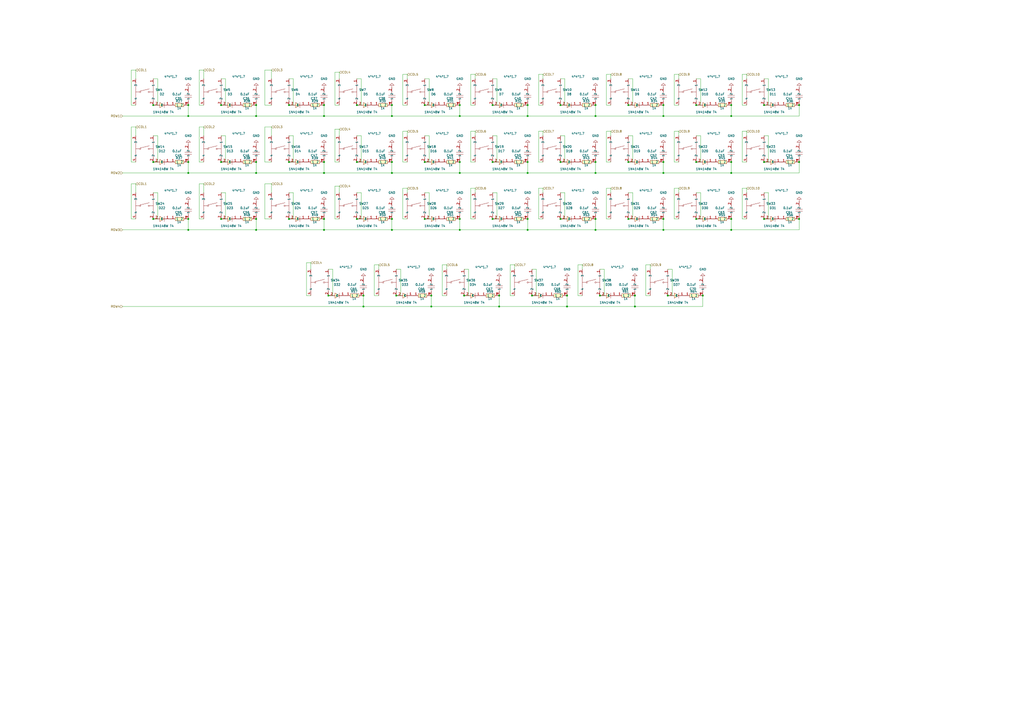
<source format=kicad_sch>
(kicad_sch (version 20250114) (generator "eeschema") (generator_version "9.0")
  (paper "A2")
  (junction (at 407.67 171.45))
  (junction (at 266.7 93.98))
  (junction (at 384.81 93.98))
  (junction (at 306.07 67.31))
  (junction (at 328.93 171.45))
  (junction (at 109.22 100.33))
  (junction (at 424.18 133.35))
  (junction (at 306.07 93.98))
  (junction (at 266.7 127))
  (junction (at 148.59 133.35))
  (junction (at 463.55 127))
  (junction (at 368.3 171.45))
  (junction (at 88.9 93.98))
  (junction (at 88.9 60.96))
  (junction (at 345.44 133.35))
  (junction (at 347.98 171.45))
  (junction (at 364.49 93.98))
  (junction (at 384.81 100.33))
  (junction (at 328.93 177.8))
  (junction (at 167.64 93.98))
  (junction (at 424.18 60.96))
  (junction (at 227.33 100.33))
  (junction (at 306.07 100.33))
  (junction (at 266.7 133.35))
  (junction (at 306.07 133.35))
  (junction (at 246.38 93.98))
  (junction (at 109.22 67.31))
  (junction (at 250.19 177.8))
  (junction (at 148.59 60.96))
  (junction (at 266.7 67.31))
  (junction (at 463.55 93.98))
  (junction (at 285.75 93.98))
  (junction (at 384.81 127))
  (junction (at 210.82 177.8))
  (junction (at 424.18 127))
  (junction (at 269.24 171.45))
  (junction (at 227.33 133.35))
  (junction (at 368.3 177.8))
  (junction (at 207.01 127))
  (junction (at 325.12 127))
  (junction (at 128.27 60.96))
  (junction (at 424.18 100.33))
  (junction (at 128.27 127))
  (junction (at 128.27 93.98))
  (junction (at 109.22 127))
  (junction (at 325.12 93.98))
  (junction (at 187.96 60.96))
  (junction (at 306.07 60.96))
  (junction (at 187.96 127))
  (junction (at 148.59 100.33))
  (junction (at 246.38 127))
  (junction (at 424.18 67.31))
  (junction (at 384.81 67.31))
  (junction (at 229.87 171.45))
  (junction (at 345.44 67.31))
  (junction (at 308.61 171.45))
  (junction (at 345.44 127))
  (junction (at 463.55 60.96))
  (junction (at 227.33 127))
  (junction (at 345.44 100.33))
  (junction (at 109.22 93.98))
  (junction (at 285.75 127))
  (junction (at 167.64 127))
  (junction (at 148.59 93.98))
  (junction (at 167.64 60.96))
  (junction (at 364.49 60.96))
  (junction (at 227.33 67.31))
  (junction (at 403.86 60.96))
  (junction (at 289.56 177.8))
  (junction (at 364.49 127))
  (junction (at 403.86 93.98))
  (junction (at 88.9 127))
  (junction (at 443.23 93.98))
  (junction (at 227.33 93.98))
  (junction (at 246.38 60.96))
  (junction (at 387.35 171.45))
  (junction (at 384.81 60.96))
  (junction (at 289.56 171.45))
  (junction (at 345.44 60.96))
  (junction (at 325.12 60.96))
  (junction (at 250.19 171.45))
  (junction (at 266.7 60.96))
  (junction (at 227.33 60.96))
  (junction (at 207.01 60.96))
  (junction (at 306.07 127))
  (junction (at 384.81 133.35))
  (junction (at 424.18 93.98))
  (junction (at 210.82 171.45))
  (junction (at 207.01 93.98))
  (junction (at 190.5 171.45))
  (junction (at 443.23 60.96))
  (junction (at 187.96 67.31))
  (junction (at 266.7 100.33))
  (junction (at 187.96 133.35))
  (junction (at 187.96 93.98))
  (junction (at 285.75 60.96))
  (junction (at 148.59 67.31))
  (junction (at 443.23 127))
  (junction (at 148.59 127))
  (junction (at 345.44 93.98))
  (junction (at 403.86 127))
  (junction (at 109.22 60.96))
  (junction (at 109.22 133.35))
  (junction (at 187.96 100.33))
  (wire (pts (xy 229.87 171.45) (xy 232.41 171.45)))
  (wire (pts (xy 391.16 109.22) (xy 393.7 109.22)))
  (wire (pts (xy 403.86 127) (xy 406.4 127)))
  (wire (pts (xy 233.68 76.2) (xy 233.68 93.98)))
  (wire (pts (xy 71.12 100.33) (xy 109.22 100.33)))
  (wire (pts (xy 407.67 171.45) (xy 407.67 177.8)))
  (wire (pts (xy 424.18 93.98) (xy 424.18 100.33)))
  (wire (pts (xy 391.16 76.2) (xy 393.7 76.2)))
  (wire (pts (xy 384.81 133.35) (xy 424.18 133.35)))
  (wire (pts (xy 328.93 171.45) (xy 328.93 177.8)))
  (wire (pts (xy 248.92 45.72) (xy 248.92 60.96)))
  (wire (pts (xy 393.7 76.2) (xy 393.7 78.74)))
  (wire (pts (xy 91.44 111.76) (xy 91.44 127)))
  (wire (pts (xy 354.33 76.2) (xy 354.33 78.74)))
  (wire (pts (xy 71.12 67.31) (xy 109.22 67.31)))
  (wire (pts (xy 443.23 45.72) (xy 445.77 45.72)))
  (wire (pts (xy 384.81 127) (xy 384.81 133.35)))
  (wire (pts (xy 217.17 153.67) (xy 219.71 153.67)))
  (wire (pts (xy 430.53 127) (xy 433.07 127)))
  (wire (pts (xy 76.2 93.98) (xy 78.74 93.98)))
  (wire (pts (xy 118.11 73.66) (xy 118.11 78.74)))
  (wire (pts (xy 130.81 45.72) (xy 130.81 60.96)))
  (wire (pts (xy 391.16 60.96) (xy 393.7 60.96)))
  (wire (pts (xy 391.16 76.2) (xy 391.16 93.98)))
  (wire (pts (xy 118.11 106.68) (xy 118.11 111.76)))
  (wire (pts (xy 246.38 78.74) (xy 248.92 78.74)))
  (wire (pts (xy 364.49 93.98) (xy 367.03 93.98)))
  (wire (pts (xy 351.79 76.2) (xy 354.33 76.2)))
  (wire (pts (xy 233.68 43.18) (xy 236.22 43.18)))
  (wire (pts (xy 364.49 60.96) (xy 367.03 60.96)))
  (wire (pts (xy 273.05 109.22) (xy 275.59 109.22)))
  (wire (pts (xy 109.22 127) (xy 109.22 133.35)))
  (wire (pts (xy 91.44 78.74) (xy 91.44 93.98)))
  (wire (pts (xy 232.41 156.21) (xy 232.41 171.45)))
  (wire (pts (xy 295.91 171.45) (xy 298.45 171.45)))
  (wire (pts (xy 209.55 45.72) (xy 209.55 60.96)))
  (wire (pts (xy 347.98 171.45) (xy 350.52 171.45)))
  (wire (pts (xy 128.27 78.74) (xy 130.81 78.74)))
  (wire (pts (xy 193.04 156.21) (xy 193.04 171.45)))
  (wire (pts (xy 118.11 40.64) (xy 115.57 40.64)))
  (wire (pts (xy 71.12 133.35) (xy 109.22 133.35)))
  (wire (pts (xy 217.17 171.45) (xy 219.71 171.45)))
  (wire (pts (xy 233.68 76.2) (xy 236.22 76.2)))
  (wire (pts (xy 170.18 45.72) (xy 170.18 60.96)))
  (wire (pts (xy 256.54 171.45) (xy 259.08 171.45)))
  (wire (pts (xy 187.96 60.96) (xy 187.96 67.31)))
  (wire (pts (xy 295.91 153.67) (xy 298.45 153.67)))
  (wire (pts (xy 246.38 60.96) (xy 248.92 60.96)))
  (wire (pts (xy 229.87 156.21) (xy 232.41 156.21)))
  (wire (pts (xy 367.03 45.72) (xy 367.03 60.96)))
  (wire (pts (xy 148.59 93.98) (xy 148.59 100.33)))
  (wire (pts (xy 148.59 60.96) (xy 148.59 67.31)))
  (wire (pts (xy 312.42 60.96) (xy 314.96 60.96)))
  (wire (pts (xy 266.7 100.33) (xy 306.07 100.33)))
  (wire (pts (xy 351.79 76.2) (xy 351.79 93.98)))
  (wire (pts (xy 285.75 78.74) (xy 288.29 78.74)))
  (wire (pts (xy 153.67 106.68) (xy 153.67 127)))
  (wire (pts (xy 167.64 78.74) (xy 170.18 78.74)))
  (wire (pts (xy 167.64 127) (xy 170.18 127)))
  (wire (pts (xy 351.79 109.22) (xy 354.33 109.22)))
  (wire (pts (xy 266.7 127) (xy 266.7 133.35)))
  (wire (pts (xy 233.68 109.22) (xy 233.68 127)))
  (wire (pts (xy 387.35 171.45) (xy 389.89 171.45)))
  (wire (pts (xy 312.42 76.2) (xy 314.96 76.2)))
  (wire (pts (xy 236.22 43.18) (xy 236.22 45.72)))
  (wire (pts (xy 207.01 45.72) (xy 209.55 45.72)))
  (wire (pts (xy 128.27 93.98) (xy 130.81 93.98)))
  (wire (pts (xy 406.4 45.72) (xy 406.4 60.96)))
  (wire (pts (xy 312.42 43.18) (xy 312.42 60.96)))
  (wire (pts (xy 187.96 100.33) (xy 227.33 100.33)))
  (wire (pts (xy 209.55 78.74) (xy 209.55 93.98)))
  (wire (pts (xy 269.24 156.21) (xy 271.78 156.21)))
  (wire (pts (xy 177.8 152.4) (xy 180.34 152.4)))
  (wire (pts (xy 306.07 133.35) (xy 345.44 133.35)))
  (wire (pts (xy 233.68 127) (xy 236.22 127)))
  (wire (pts (xy 210.82 177.8) (xy 250.19 177.8)))
  (wire (pts (xy 288.29 111.76) (xy 288.29 127)))
  (wire (pts (xy 207.01 78.74) (xy 209.55 78.74)))
  (wire (pts (xy 345.44 93.98) (xy 345.44 100.33)))
  (wire (pts (xy 384.81 93.98) (xy 384.81 100.33)))
  (wire (pts (xy 273.05 76.2) (xy 275.59 76.2)))
  (wire (pts (xy 109.22 100.33) (xy 148.59 100.33)))
  (wire (pts (xy 335.28 153.67) (xy 337.82 153.67)))
  (wire (pts (xy 424.18 133.35) (xy 463.55 133.35)))
  (wire (pts (xy 187.96 127) (xy 187.96 133.35)))
  (wire (pts (xy 295.91 153.67) (xy 295.91 171.45)))
  (wire (pts (xy 273.05 43.18) (xy 275.59 43.18)))
  (wire (pts (xy 78.74 73.66) (xy 78.74 78.74)))
  (wire (pts (xy 289.56 171.45) (xy 289.56 177.8)))
  (wire (pts (xy 227.33 67.31) (xy 266.7 67.31)))
  (wire (pts (xy 88.9 127) (xy 91.44 127)))
  (wire (pts (xy 259.08 153.67) (xy 259.08 156.21)))
  (wire (pts (xy 403.86 45.72) (xy 406.4 45.72)))
  (wire (pts (xy 76.2 40.64) (xy 76.2 60.96)))
  (wire (pts (xy 391.16 43.18) (xy 393.7 43.18)))
  (wire (pts (xy 443.23 78.74) (xy 445.77 78.74)))
  (wire (pts (xy 207.01 60.96) (xy 209.55 60.96)))
  (wire (pts (xy 312.42 43.18) (xy 314.96 43.18)))
  (wire (pts (xy 209.55 111.76) (xy 209.55 127)))
  (wire (pts (xy 194.31 93.98) (xy 196.85 93.98)))
  (wire (pts (xy 177.8 152.4) (xy 177.8 171.45)))
  (wire (pts (xy 115.57 93.98) (xy 118.11 93.98)))
  (wire (pts (xy 88.9 78.74) (xy 91.44 78.74)))
  (wire (pts (xy 306.07 93.98) (xy 306.07 100.33)))
  (wire (pts (xy 311.15 156.21) (xy 311.15 171.45)))
  (wire (pts (xy 328.93 177.8) (xy 368.3 177.8)))
  (wire (pts (xy 424.18 100.33) (xy 463.55 100.33)))
  (wire (pts (xy 246.38 93.98) (xy 248.92 93.98)))
  (wire (pts (xy 351.79 109.22) (xy 351.79 127)))
  (wire (pts (xy 233.68 93.98) (xy 236.22 93.98)))
  (wire (pts (xy 227.33 133.35) (xy 266.7 133.35)))
  (wire (pts (xy 187.96 67.31) (xy 227.33 67.31)))
  (wire (pts (xy 273.05 93.98) (xy 275.59 93.98)))
  (wire (pts (xy 312.42 109.22) (xy 314.96 109.22)))
  (wire (pts (xy 391.16 127) (xy 393.7 127)))
  (wire (pts (xy 285.75 127) (xy 288.29 127)))
  (wire (pts (xy 391.16 93.98) (xy 393.7 93.98)))
  (wire (pts (xy 233.68 43.18) (xy 233.68 60.96)))
  (wire (pts (xy 445.77 78.74) (xy 445.77 93.98)))
  (wire (pts (xy 285.75 45.72) (xy 288.29 45.72)))
  (wire (pts (xy 246.38 127) (xy 248.92 127)))
  (wire (pts (xy 306.07 127) (xy 306.07 133.35)))
  (wire (pts (xy 325.12 45.72) (xy 327.66 45.72)))
  (wire (pts (xy 236.22 109.22) (xy 236.22 111.76)))
  (wire (pts (xy 130.81 111.76) (xy 130.81 127)))
  (wire (pts (xy 406.4 78.74) (xy 406.4 93.98)))
  (wire (pts (xy 78.74 40.64) (xy 76.2 40.64)))
  (wire (pts (xy 207.01 111.76) (xy 209.55 111.76)))
  (wire (pts (xy 118.11 73.66) (xy 115.57 73.66)))
  (wire (pts (xy 250.19 171.45) (xy 250.19 177.8)))
  (wire (pts (xy 153.67 73.66) (xy 157.48 73.66)))
  (wire (pts (xy 393.7 109.22) (xy 393.7 111.76)))
  (wire (pts (xy 351.79 93.98) (xy 354.33 93.98)))
  (wire (pts (xy 91.44 45.72) (xy 91.44 60.96)))
  (wire (pts (xy 325.12 111.76) (xy 327.66 111.76)))
  (wire (pts (xy 167.64 60.96) (xy 170.18 60.96)))
  (wire (pts (xy 285.75 93.98) (xy 288.29 93.98)))
  (wire (pts (xy 109.22 93.98) (xy 109.22 100.33)))
  (wire (pts (xy 443.23 111.76) (xy 445.77 111.76)))
  (wire (pts (xy 445.77 111.76) (xy 445.77 127)))
  (wire (pts (xy 196.85 74.93) (xy 196.85 78.74)))
  (wire (pts (xy 443.23 60.96) (xy 445.77 60.96)))
  (wire (pts (xy 157.48 40.64) (xy 157.48 45.72)))
  (wire (pts (xy 88.9 111.76) (xy 91.44 111.76)))
  (wire (pts (xy 298.45 153.67) (xy 298.45 156.21)))
  (wire (pts (xy 351.79 43.18) (xy 351.79 60.96)))
  (wire (pts (xy 207.01 93.98) (xy 209.55 93.98)))
  (wire (pts (xy 430.53 109.22) (xy 430.53 127)))
  (wire (pts (xy 194.31 107.95) (xy 194.31 127)))
  (wire (pts (xy 109.22 133.35) (xy 148.59 133.35)))
  (wire (pts (xy 306.07 67.31) (xy 345.44 67.31)))
  (wire (pts (xy 148.59 67.31) (xy 187.96 67.31)))
  (wire (pts (xy 167.64 111.76) (xy 170.18 111.76)))
  (wire (pts (xy 187.96 93.98) (xy 187.96 100.33)))
  (wire (pts (xy 115.57 127) (xy 118.11 127)))
  (wire (pts (xy 196.85 41.91) (xy 196.85 45.72)))
  (wire (pts (xy 351.79 127) (xy 354.33 127)))
  (wire (pts (xy 194.31 127) (xy 196.85 127)))
  (wire (pts (xy 115.57 40.64) (xy 115.57 60.96)))
  (wire (pts (xy 327.66 111.76) (xy 327.66 127)))
  (wire (pts (xy 351.79 60.96) (xy 354.33 60.96)))
  (wire (pts (xy 109.22 60.96) (xy 109.22 67.31)))
  (wire (pts (xy 403.86 93.98) (xy 406.4 93.98)))
  (wire (pts (xy 78.74 40.64) (xy 78.74 45.72)))
  (wire (pts (xy 153.67 127) (xy 157.48 127)))
  (wire (pts (xy 403.86 60.96) (xy 406.4 60.96)))
  (wire (pts (xy 325.12 93.98) (xy 327.66 93.98)))
  (wire (pts (xy 285.75 60.96) (xy 288.29 60.96)))
  (wire (pts (xy 288.29 78.74) (xy 288.29 93.98)))
  (wire (pts (xy 314.96 43.18) (xy 314.96 45.72)))
  (wire (pts (xy 233.68 60.96) (xy 236.22 60.96)))
  (wire (pts (xy 354.33 43.18) (xy 354.33 45.72)))
  (wire (pts (xy 194.31 107.95) (xy 196.85 107.95)))
  (wire (pts (xy 273.05 43.18) (xy 273.05 60.96)))
  (wire (pts (xy 128.27 111.76) (xy 130.81 111.76)))
  (wire (pts (xy 153.67 106.68) (xy 157.48 106.68)))
  (wire (pts (xy 275.59 109.22) (xy 275.59 111.76)))
  (wire (pts (xy 354.33 109.22) (xy 354.33 111.76)))
  (wire (pts (xy 306.07 60.96) (xy 306.07 67.31)))
  (wire (pts (xy 345.44 67.31) (xy 384.81 67.31)))
  (wire (pts (xy 325.12 60.96) (xy 327.66 60.96)))
  (wire (pts (xy 335.28 171.45) (xy 337.82 171.45)))
  (wire (pts (xy 314.96 76.2) (xy 314.96 78.74)))
  (wire (pts (xy 153.67 40.64) (xy 153.67 60.96)))
  (wire (pts (xy 325.12 78.74) (xy 327.66 78.74)))
  (wire (pts (xy 219.71 153.67) (xy 219.71 156.21)))
  (wire (pts (xy 285.75 111.76) (xy 288.29 111.76)))
  (wire (pts (xy 194.31 41.91) (xy 196.85 41.91)))
  (wire (pts (xy 130.81 78.74) (xy 130.81 93.98)))
  (wire (pts (xy 227.33 100.33) (xy 266.7 100.33)))
  (wire (pts (xy 76.2 127) (xy 78.74 127)))
  (wire (pts (xy 377.19 153.67) (xy 377.19 156.21)))
  (wire (pts (xy 170.18 78.74) (xy 170.18 93.98)))
  (wire (pts (xy 335.28 153.67) (xy 335.28 171.45)))
  (wire (pts (xy 167.64 45.72) (xy 170.18 45.72)))
  (wire (pts (xy 308.61 156.21) (xy 311.15 156.21)))
  (wire (pts (xy 367.03 111.76) (xy 367.03 127)))
  (wire (pts (xy 424.18 60.96) (xy 424.18 67.31)))
  (wire (pts (xy 347.98 156.21) (xy 350.52 156.21)))
  (wire (pts (xy 148.59 133.35) (xy 187.96 133.35)))
  (wire (pts (xy 312.42 76.2) (xy 312.42 93.98)))
  (wire (pts (xy 78.74 106.68) (xy 78.74 111.76)))
  (wire (pts (xy 345.44 133.35) (xy 384.81 133.35)))
  (wire (pts (xy 406.4 111.76) (xy 406.4 127)))
  (wire (pts (xy 118.11 106.68) (xy 115.57 106.68)))
  (wire (pts (xy 374.65 153.67) (xy 374.65 171.45)))
  (wire (pts (xy 337.82 153.67) (xy 337.82 156.21)))
  (wire (pts (xy 170.18 111.76) (xy 170.18 127)))
  (wire (pts (xy 153.67 93.98) (xy 157.48 93.98)))
  (wire (pts (xy 148.59 100.33) (xy 187.96 100.33)))
  (wire (pts (xy 157.48 73.66) (xy 157.48 78.74)))
  (wire (pts (xy 389.89 156.21) (xy 389.89 171.45)))
  (wire (pts (xy 403.86 111.76) (xy 406.4 111.76)))
  (wire (pts (xy 327.66 45.72) (xy 327.66 60.96)))
  (wire (pts (xy 190.5 171.45) (xy 193.04 171.45)))
  (wire (pts (xy 288.29 45.72) (xy 288.29 60.96)))
  (wire (pts (xy 430.53 43.18) (xy 433.07 43.18)))
  (wire (pts (xy 445.77 45.72) (xy 445.77 60.96)))
  (wire (pts (xy 345.44 100.33) (xy 384.81 100.33)))
  (wire (pts (xy 177.8 171.45) (xy 180.34 171.45)))
  (wire (pts (xy 256.54 153.67) (xy 256.54 171.45)))
  (wire (pts (xy 78.74 73.66) (xy 76.2 73.66)))
  (wire (pts (xy 196.85 107.95) (xy 196.85 111.76)))
  (wire (pts (xy 217.17 153.67) (xy 217.17 171.45)))
  (wire (pts (xy 391.16 109.22) (xy 391.16 127)))
  (wire (pts (xy 443.23 127) (xy 445.77 127)))
  (wire (pts (xy 248.92 78.74) (xy 248.92 93.98)))
  (wire (pts (xy 463.55 127) (xy 463.55 133.35)))
  (wire (pts (xy 424.18 67.31) (xy 463.55 67.31)))
  (wire (pts (xy 374.65 153.67) (xy 377.19 153.67)))
  (wire (pts (xy 194.31 41.91) (xy 194.31 60.96)))
  (wire (pts (xy 153.67 40.64) (xy 157.48 40.64)))
  (wire (pts (xy 157.48 106.68) (xy 157.48 111.76)))
  (wire (pts (xy 187.96 133.35) (xy 227.33 133.35)))
  (wire (pts (xy 424.18 127) (xy 424.18 133.35)))
  (wire (pts (xy 351.79 43.18) (xy 354.33 43.18)))
  (wire (pts (xy 430.53 60.96) (xy 433.07 60.96)))
  (wire (pts (xy 88.9 60.96) (xy 91.44 60.96)))
  (wire (pts (xy 148.59 127) (xy 148.59 133.35)))
  (wire (pts (xy 128.27 127) (xy 130.81 127)))
  (wire (pts (xy 256.54 153.67) (xy 259.08 153.67)))
  (wire (pts (xy 433.07 76.2) (xy 433.07 78.74)))
  (wire (pts (xy 128.27 45.72) (xy 130.81 45.72)))
  (wire (pts (xy 433.07 43.18) (xy 433.07 45.72)))
  (wire (pts (xy 115.57 60.96) (xy 118.11 60.96)))
  (wire (pts (xy 275.59 43.18) (xy 275.59 45.72)))
  (wire (pts (xy 269.24 171.45) (xy 271.78 171.45)))
  (wire (pts (xy 233.68 109.22) (xy 236.22 109.22)))
  (wire (pts (xy 207.01 127) (xy 209.55 127)))
  (wire (pts (xy 430.53 76.2) (xy 433.07 76.2)))
  (wire (pts (xy 271.78 156.21) (xy 271.78 171.45)))
  (wire (pts (xy 325.12 127) (xy 327.66 127)))
  (wire (pts (xy 266.7 93.98) (xy 266.7 100.33)))
  (wire (pts (xy 190.5 156.21) (xy 193.04 156.21)))
  (wire (pts (xy 374.65 171.45) (xy 377.19 171.45)))
  (wire (pts (xy 115.57 73.66) (xy 115.57 93.98)))
  (wire (pts (xy 266.7 60.96) (xy 266.7 67.31)))
  (wire (pts (xy 384.81 60.96) (xy 384.81 67.31)))
  (wire (pts (xy 364.49 78.74) (xy 367.03 78.74)))
  (wire (pts (xy 367.03 78.74) (xy 367.03 93.98)))
  (wire (pts (xy 194.31 60.96) (xy 196.85 60.96)))
  (wire (pts (xy 430.53 76.2) (xy 430.53 93.98)))
  (wire (pts (xy 368.3 177.8) (xy 407.67 177.8)))
  (wire (pts (xy 368.3 171.45) (xy 368.3 177.8)))
  (wire (pts (xy 433.07 109.22) (xy 433.07 111.76)))
  (wire (pts (xy 430.53 93.98) (xy 433.07 93.98)))
  (wire (pts (xy 345.44 60.96) (xy 345.44 67.31)))
  (wire (pts (xy 364.49 127) (xy 367.03 127)))
  (wire (pts (xy 273.05 76.2) (xy 273.05 93.98)))
  (wire (pts (xy 88.9 45.72) (xy 91.44 45.72)))
  (wire (pts (xy 350.52 156.21) (xy 350.52 171.45)))
  (wire (pts (xy 275.59 76.2) (xy 275.59 78.74)))
  (wire (pts (xy 118.11 40.64) (xy 118.11 45.72)))
  (wire (pts (xy 248.92 111.76) (xy 248.92 127)))
  (wire (pts (xy 194.31 74.93) (xy 194.31 93.98)))
  (wire (pts (xy 403.86 78.74) (xy 406.4 78.74)))
  (wire (pts (xy 246.38 111.76) (xy 248.92 111.76)))
  (wire (pts (xy 210.82 171.45) (xy 210.82 177.8)))
  (wire (pts (xy 266.7 133.35) (xy 306.07 133.35)))
  (wire (pts (xy 76.2 60.96) (xy 78.74 60.96)))
  (wire (pts (xy 88.9 93.98) (xy 91.44 93.98)))
  (wire (pts (xy 463.55 60.96) (xy 463.55 67.31)))
  (wire (pts (xy 364.49 45.72) (xy 367.03 45.72)))
  (wire (pts (xy 236.22 76.2) (xy 236.22 78.74)))
  (wire (pts (xy 246.38 45.72) (xy 248.92 45.72)))
  (wire (pts (xy 76.2 106.68) (xy 76.2 127)))
  (wire (pts (xy 194.31 74.93) (xy 196.85 74.93)))
  (wire (pts (xy 71.12 177.8) (xy 210.82 177.8)))
  (wire (pts (xy 345.44 127) (xy 345.44 133.35)))
  (wire (pts (xy 273.05 127) (xy 275.59 127)))
  (wire (pts (xy 153.67 73.66) (xy 153.67 93.98)))
  (wire (pts (xy 312.42 93.98) (xy 314.96 93.98)))
  (wire (pts (xy 463.55 93.98) (xy 463.55 100.33)))
  (wire (pts (xy 314.96 109.22) (xy 314.96 111.76)))
  (wire (pts (xy 273.05 60.96) (xy 275.59 60.96)))
  (wire (pts (xy 266.7 67.31) (xy 306.07 67.31)))
  (wire (pts (xy 306.07 100.33) (xy 345.44 100.33)))
  (wire (pts (xy 273.05 109.22) (xy 273.05 127)))
  (wire (pts (xy 250.19 177.8) (xy 289.56 177.8)))
  (wire (pts (xy 153.67 60.96) (xy 157.48 60.96)))
  (wire (pts (xy 289.56 177.8) (xy 328.93 177.8)))
  (wire (pts (xy 393.7 43.18) (xy 393.7 45.72)))
  (wire (pts (xy 109.22 67.31) (xy 148.59 67.31)))
  (wire (pts (xy 312.42 109.22) (xy 312.42 127)))
  (wire (pts (xy 76.2 73.66) (xy 76.2 93.98)))
  (wire (pts (xy 387.35 156.21) (xy 389.89 156.21)))
  (wire (pts (xy 443.23 93.98) (xy 445.77 93.98)))
  (wire (pts (xy 384.81 67.31) (xy 424.18 67.31)))
  (wire (pts (xy 180.34 152.4) (xy 180.34 156.21)))
  (wire (pts (xy 327.66 78.74) (xy 327.66 93.98)))
  (wire (pts (xy 227.33 127) (xy 227.33 133.35)))
  (wire (pts (xy 227.33 60.96) (xy 227.33 67.31)))
  (wire (pts (xy 115.57 106.68) (xy 115.57 127)))
  (wire (pts (xy 384.81 100.33) (xy 424.18 100.33)))
  (wire (pts (xy 430.53 43.18) (xy 430.53 60.96)))
  (wire (pts (xy 167.64 93.98) (xy 170.18 93.98)))
  (wire (pts (xy 430.53 109.22) (xy 433.07 109.22)))
  (wire (pts (xy 391.16 43.18) (xy 391.16 60.96)))
  (wire (pts (xy 308.61 171.45) (xy 311.15 171.45)))
  (wire (pts (xy 364.49 111.76) (xy 367.03 111.76)))
  (wire (pts (xy 227.33 93.98) (xy 227.33 100.33)))
  (wire (pts (xy 312.42 127) (xy 314.96 127)))
  (wire (pts (xy 128.27 60.96) (xy 130.81 60.96)))
  (wire (pts (xy 78.74 106.68) (xy 76.2 106.68)))
  (hierarchical_label "COL2" (shape input) (at 118.11 40.64 0))
  (hierarchical_label "COL7" (shape input) (at 314.96 43.18 0))
  (hierarchical_label "COL4" (shape input) (at 196.85 107.95 0))
  (hierarchical_label "COL10" (shape input) (at 433.07 43.18 0))
  (hierarchical_label "COL1" (shape input) (at 78.74 73.66 0))
  (hierarchical_label "COL4" (shape input) (at 180.34 152.4 0))
  (hierarchical_label "COL9" (shape input) (at 393.7 76.2 0))
  (hierarchical_label "COL3" (shape input) (at 157.48 40.64 0))
  (hierarchical_label "COL6" (shape input) (at 275.59 43.18 0))
  (hierarchical_label "COL5" (shape input) (at 236.22 109.22 0))
  (hierarchical_label "COL7" (shape input) (at 298.45 153.67 0))
  (hierarchical_label "COL4" (shape input) (at 196.85 74.93 0))
  (hierarchical_label "COL5" (shape input) (at 236.22 76.2 0))
  (hierarchical_label "COL6" (shape input) (at 259.08 153.67 0))
  (hierarchical_label "COL5" (shape input) (at 236.22 43.18 0))
  (hierarchical_label "COL9" (shape input) (at 377.19 153.67 0))
  (hierarchical_label "COL10" (shape input) (at 433.07 109.22 0))
  (hierarchical_label "ROW3" (shape input) (at 71.12 133.35 180))
  (hierarchical_label "COL4" (shape input) (at 196.85 41.91 0))
  (hierarchical_label "COL9" (shape input) (at 393.7 109.22 0))
  (hierarchical_label "COL5" (shape input) (at 219.71 153.67 0))
  (hierarchical_label "COL8" (shape input) (at 354.33 76.2 0))
  (hierarchical_label "COL7" (shape input) (at 314.96 109.22 0))
  (hierarchical_label "ROW1" (shape input) (at 71.12 67.31 180))
  (hierarchical_label "COL3" (shape input) (at 157.48 73.66 0))
  (hierarchical_label "COL9" (shape input) (at 393.7 43.18 0))
  (hierarchical_label "COL6" (shape input) (at 275.59 76.2 0))
  (hierarchical_label "COL10" (shape input) (at 433.07 76.2 0))
  (hierarchical_label "ROW4" (shape input) (at 71.12 177.8 180))
  (hierarchical_label "COL2" (shape input) (at 118.11 73.66 0))
  (hierarchical_label "COL8" (shape input) (at 354.33 109.22 0))
  (hierarchical_label "COL7" (shape input) (at 314.96 76.2 0))
  (hierarchical_label "COL1" (shape input) (at 78.74 40.64 0))
  (hierarchical_label "COL8" (shape input) (at 337.82 153.67 0))
  (hierarchical_label "COL1" (shape input) (at 78.74 106.68 0))
  (hierarchical_label "COL3" (shape input) (at 157.48 106.68 0))
  (hierarchical_label "COL2" (shape input) (at 118.11 106.68 0))
  (hierarchical_label "ROW2" (shape input) (at 71.12 100.33 180))
  (hierarchical_label "COL6" (shape input) (at 275.59 109.22 0))
  (hierarchical_label "COL8" (shape input) (at 354.33 43.18 0))
  (symbol (lib_id "MeshDeck:CL05B104KO5NNNC") (at 368.3 166.37 90) (unit 1)
    (property "Reference" "C69" (at 364.49 167.6401 90) (effects (justify left)))
    (property "Value" "0.1uF" (at 364.49 165.1001 90) (effects (justify left)))
    (property "Footprint" "MeshDeck:C0402" (effects (hide yes)))
    (property "Datasheet" "https://lcsc.com/product-detail/Multilayer-Ceramic-Capacitors-MLCC-SMD-SMT_SAMSUNG_CL05B104KO5NNNC_100nF-104-10-16V_C1525.html" (effects (hide yes)))
    (property "LCSC Part" "C1525" (effects (hide yes)))
  )
  (symbol (lib_id "power:GND") (at 266.7 83.82 180) (unit 1)
    (property "Reference" "#PWR082" (effects (hide yes)))
    (property "Value" "GND" (at 266.7 78.74 0))
    (property "Description" "Power symbol creates a global label with name \"GND\" , ground" (effects (hide yes)))
  )
  (symbol (lib_id "MeshDeck:1N4148WT4") (at 392.43 171.45 180) (unit 1)
    (property "Reference" "D37" (at 392.43 165.1 0))
    (property "Value" "1N4148W T4" (at 393.192 175.514 0))
    (property "Footprint" "MeshDeck:SOD-123_L2.8-W1.8-LS3.7-RD" (effects (hide yes)))
    (property "Datasheet" "https://lcsc.com/product-detail/Switching-Diode_1N4148W-T4_C2099.html" (effects (hide yes)))
    (property "LCSC Part" "C2099" (effects (hide yes)))
  )
  (symbol (lib_id "MeshDeck:4*4*1.7") (at 383.54 163.83 270) (unit 1)
    (property "Reference" "SW39" (at 388.62 162.5599 90) (effects (justify left)))
    (property "Value" "4*4*1.7" (at 393.7 154.94 90) (effects (justify left)))
    (property "Footprint" "MeshDeck:SW-SMD_4P-L5.2-W5.2-P3.70-LS6.5" (effects (hide yes)))
    (property "Datasheet" "https://lcsc.com/product-detail/Tactile-Switches_4-4-1-7-Plastic-head_C10852.html" (effects (hide yes)))
    (property "LCSC Part" "C10852" (effects (hide yes)))
  )
  (symbol (lib_id "MeshDeck:4*4*1.7") (at 203.2 119.38 270) (unit 1)
    (property "Reference" "SW27" (at 208.28 118.1099 90) (effects (justify left)))
    (property "Value" "4*4*1.7" (at 213.36 110.49 90) (effects (justify left)))
    (property "Footprint" "MeshDeck:SW-SMD_4P-L5.2-W5.2-P3.70-LS6.5" (effects (hide yes)))
    (property "Datasheet" "https://lcsc.com/product-detail/Tactile-Switches_4-4-1-7-Plastic-head_C10852.html" (effects (hide yes)))
    (property "LCSC Part" "C10852" (effects (hide yes)))
  )
  (symbol (lib_id "MeshDeck:0402WGF1001TCE") (at 340.36 60.96 0) (unit 1)
    (property "Reference" "R33" (at 340.106 58.674 0))
    (property "Value" "1k" (at 340.106 62.738 0))
    (property "Footprint" "MeshDeck:R0402" (effects (hide yes)))
    (property "Datasheet" "https://lcsc.com/product-detail/Chip-Resistor-Surface-Mount-UniOhm_1KR-1001-1_C11702.html" (effects (hide yes)))
    (property "LCSC Part" "C11702" (effects (hide yes)))
  )
  (symbol (lib_id "MeshDeck:0402WGF1001TCE") (at 379.73 127 0) (unit 1)
    (property "Reference" "R54" (at 379.476 124.714 0))
    (property "Value" "1k" (at 379.476 128.778 0))
    (property "Footprint" "MeshDeck:R0402" (effects (hide yes)))
    (property "Datasheet" "https://lcsc.com/product-detail/Chip-Resistor-Surface-Mount-UniOhm_1KR-1001-1_C11702.html" (effects (hide yes)))
    (property "LCSC Part" "C11702" (effects (hide yes)))
  )
  (symbol (lib_id "MeshDeck:1N4148WT4") (at 251.46 127 180) (unit 1)
    (property "Reference" "D26" (at 251.46 120.65 0))
    (property "Value" "1N4148W T4" (at 252.222 131.064 0))
    (property "Footprint" "MeshDeck:SOD-123_L2.8-W1.8-LS3.7-RD" (effects (hide yes)))
    (property "Datasheet" "https://lcsc.com/product-detail/Switching-Diode_1N4148W-T4_C2099.html" (effects (hide yes)))
    (property "LCSC Part" "C2099" (effects (hide yes)))
  )
  (symbol (lib_id "MeshDeck:CL05B104KO5NNNC") (at 187.96 121.92 90) (unit 1)
    (property "Reference" "C57" (at 184.15 123.1901 90) (effects (justify left)))
    (property "Value" "0.1uF" (at 184.15 120.6501 90) (effects (justify left)))
    (property "Footprint" "MeshDeck:C0402" (effects (hide yes)))
    (property "Datasheet" "https://lcsc.com/product-detail/Multilayer-Ceramic-Capacitors-MLCC-SMD-SMT_SAMSUNG_CL05B104KO5NNNC_100nF-104-10-16V_C1525.html" (effects (hide yes)))
    (property "LCSC Part" "C1525" (effects (hide yes)))
  )
  (symbol (lib_id "power:GND") (at 463.55 116.84 180) (unit 1)
    (property "Reference" "#PWR097" (effects (hide yes)))
    (property "Value" "GND" (at 463.55 111.76 0))
    (property "Description" "Power symbol creates a global label with name \"GND\" , ground" (effects (hide yes)))
  )
  (symbol (lib_id "MeshDeck:4*4*1.7") (at 163.83 119.38 270) (unit 1)
    (property "Reference" "SW26" (at 168.91 118.1099 90) (effects (justify left)))
    (property "Value" "4*4*1.7" (at 173.99 110.49 90) (effects (justify left)))
    (property "Footprint" "MeshDeck:SW-SMD_4P-L5.2-W5.2-P3.70-LS6.5" (effects (hide yes)))
    (property "Datasheet" "https://lcsc.com/product-detail/Tactile-Switches_4-4-1-7-Plastic-head_C10852.html" (effects (hide yes)))
    (property "LCSC Part" "C10852" (effects (hide yes)))
  )
  (symbol (lib_id "MeshDeck:4*4*1.7") (at 321.31 86.36 270) (unit 1)
    (property "Reference" "SW20" (at 326.39 85.0899 90) (effects (justify left)))
    (property "Value" "4*4*1.7" (at 331.47 77.47 90) (effects (justify left)))
    (property "Footprint" "MeshDeck:SW-SMD_4P-L5.2-W5.2-P3.70-LS6.5" (effects (hide yes)))
    (property "Datasheet" "https://lcsc.com/product-detail/Tactile-Switches_4-4-1-7-Plastic-head_C10852.html" (effects (hide yes)))
    (property "LCSC Part" "C10852" (effects (hide yes)))
  )
  (symbol (lib_id "MeshDeck:CL05B104KO5NNNC") (at 266.7 55.88 90) (unit 1)
    (property "Reference" "C39" (at 262.89 57.1501 90) (effects (justify left)))
    (property "Value" "0.1uF" (at 262.89 54.6101 90) (effects (justify left)))
    (property "Footprint" "MeshDeck:C0402" (effects (hide yes)))
    (property "Datasheet" "https://lcsc.com/product-detail/Multilayer-Ceramic-Capacitors-MLCC-SMD-SMT_SAMSUNG_CL05B104KO5NNNC_100nF-104-10-16V_C1525.html" (effects (hide yes)))
    (property "LCSC Part" "C1525" (effects (hide yes)))
  )
  (symbol (lib_id "MeshDeck:0402WGF1001TCE") (at 261.62 93.98 0) (unit 1)
    (property "Reference" "R41" (at 261.366 91.694 0))
    (property "Value" "1k" (at 261.366 95.758 0))
    (property "Footprint" "MeshDeck:R0402" (effects (hide yes)))
    (property "Datasheet" "https://lcsc.com/product-detail/Chip-Resistor-Surface-Mount-UniOhm_1KR-1001-1_C11702.html" (effects (hide yes)))
    (property "LCSC Part" "C11702" (effects (hide yes)))
  )
  (symbol (lib_id "MeshDeck:CL05B104KO5NNNC") (at 345.44 55.88 90) (unit 1)
    (property "Reference" "C41" (at 341.63 57.1501 90) (effects (justify left)))
    (property "Value" "0.1uF" (at 341.63 54.6101 90) (effects (justify left)))
    (property "Footprint" "MeshDeck:C0402" (effects (hide yes)))
    (property "Datasheet" "https://lcsc.com/product-detail/Multilayer-Ceramic-Capacitors-MLCC-SMD-SMT_SAMSUNG_CL05B104KO5NNNC_100nF-104-10-16V_C1525.html" (effects (hide yes)))
    (property "LCSC Part" "C1525" (effects (hide yes)))
  )
  (symbol (lib_id "MeshDeck:1N4148WT4") (at 408.94 60.96 180) (unit 1)
    (property "Reference" "D10" (at 408.94 54.61 0))
    (property "Value" "1N4148W T4" (at 409.702 65.024 0))
    (property "Footprint" "MeshDeck:SOD-123_L2.8-W1.8-LS3.7-RD" (effects (hide yes)))
    (property "Datasheet" "https://lcsc.com/product-detail/Switching-Diode_1N4148W-T4_C2099.html" (effects (hide yes)))
    (property "LCSC Part" "C2099" (effects (hide yes)))
  )
  (symbol (lib_id "MeshDeck:CL05B104KO5NNNC") (at 424.18 55.88 90) (unit 1)
    (property "Reference" "C43" (at 420.37 57.1501 90) (effects (justify left)))
    (property "Value" "0.1uF" (at 420.37 54.6101 90) (effects (justify left)))
    (property "Footprint" "MeshDeck:C0402" (effects (hide yes)))
    (property "Datasheet" "https://lcsc.com/product-detail/Multilayer-Ceramic-Capacitors-MLCC-SMD-SMT_SAMSUNG_CL05B104KO5NNNC_100nF-104-10-16V_C1525.html" (effects (hide yes)))
    (property "LCSC Part" "C1525" (effects (hide yes)))
  )
  (symbol (lib_id "power:GND") (at 306.07 116.84 180) (unit 1)
    (property "Reference" "#PWR093" (effects (hide yes)))
    (property "Value" "GND" (at 306.07 111.76 0))
    (property "Description" "Power symbol creates a global label with name \"GND\" , ground" (effects (hide yes)))
  )
  (symbol (lib_id "MeshDeck:0402WGF1001TCE") (at 363.22 171.45 0) (unit 1)
    (property "Reference" "R61" (at 362.966 169.164 0))
    (property "Value" "1k" (at 362.966 173.228 0))
    (property "Footprint" "MeshDeck:R0402" (effects (hide yes)))
    (property "Datasheet" "https://lcsc.com/product-detail/Chip-Resistor-Surface-Mount-UniOhm_1KR-1001-1_C11702.html" (effects (hide yes)))
    (property "LCSC Part" "C11702" (effects (hide yes)))
  )
  (symbol (lib_id "MeshDeck:0402WGF1001TCE") (at 222.25 93.98 0) (unit 1)
    (property "Reference" "R40" (at 221.996 91.694 0))
    (property "Value" "1k" (at 221.996 95.758 0))
    (property "Footprint" "MeshDeck:R0402" (effects (hide yes)))
    (property "Datasheet" "https://lcsc.com/product-detail/Chip-Resistor-Surface-Mount-UniOhm_1KR-1001-1_C11702.html" (effects (hide yes)))
    (property "LCSC Part" "C11702" (effects (hide yes)))
  )
  (symbol (lib_id "MeshDeck:1N4148WT4") (at 212.09 93.98 180) (unit 1)
    (property "Reference" "D15" (at 212.09 87.63 0))
    (property "Value" "1N4148W T4" (at 212.852 98.044 0))
    (property "Footprint" "MeshDeck:SOD-123_L2.8-W1.8-LS3.7-RD" (effects (hide yes)))
    (property "Datasheet" "https://lcsc.com/product-detail/Switching-Diode_1N4148W-T4_C2099.html" (effects (hide yes)))
    (property "LCSC Part" "C2099" (effects (hide yes)))
  )
  (symbol (lib_id "MeshDeck:4*4*1.7") (at 85.09 119.38 270) (unit 1)
    (property "Reference" "SW24" (at 90.17 118.1099 90) (effects (justify left)))
    (property "Value" "4*4*1.7" (at 95.25 110.49 90) (effects (justify left)))
    (property "Footprint" "MeshDeck:SW-SMD_4P-L5.2-W5.2-P3.70-LS6.5" (effects (hide yes)))
    (property "Datasheet" "https://lcsc.com/product-detail/Tactile-Switches_4-4-1-7-Plastic-head_C10852.html" (effects (hide yes)))
    (property "LCSC Part" "C10852" (effects (hide yes)))
  )
  (symbol (lib_id "MeshDeck:4*4*1.7") (at 360.68 53.34 270) (unit 1)
    (property "Reference" "SW11" (at 365.76 52.0699 90) (effects (justify left)))
    (property "Value" "4*4*1.7" (at 370.84 44.45 90) (effects (justify left)))
    (property "Footprint" "MeshDeck:SW-SMD_4P-L5.2-W5.2-P3.70-LS6.5" (effects (hide yes)))
    (property "Datasheet" "https://lcsc.com/product-detail/Tactile-Switches_4-4-1-7-Plastic-head_C10852.html" (effects (hide yes)))
    (property "LCSC Part" "C10852" (effects (hide yes)))
  )
  (symbol (lib_id "MeshDeck:CL05B104KO5NNNC") (at 345.44 121.92 90) (unit 1)
    (property "Reference" "C61" (at 341.63 123.1901 90) (effects (justify left)))
    (property "Value" "0.1uF" (at 341.63 120.6501 90) (effects (justify left)))
    (property "Footprint" "MeshDeck:C0402" (effects (hide yes)))
    (property "Datasheet" "https://lcsc.com/product-detail/Multilayer-Ceramic-Capacitors-MLCC-SMD-SMT_SAMSUNG_CL05B104KO5NNNC_100nF-104-10-16V_C1525.html" (effects (hide yes)))
    (property "LCSC Part" "C1525" (effects (hide yes)))
  )
  (symbol (lib_id "MeshDeck:0402WGF1001TCE") (at 182.88 60.96 0) (unit 1)
    (property "Reference" "R29" (at 182.626 58.674 0))
    (property "Value" "1k" (at 182.626 62.738 0))
    (property "Footprint" "MeshDeck:R0402" (effects (hide yes)))
    (property "Datasheet" "https://lcsc.com/product-detail/Chip-Resistor-Surface-Mount-UniOhm_1KR-1001-1_C11702.html" (effects (hide yes)))
    (property "LCSC Part" "C11702" (effects (hide yes)))
  )
  (symbol (lib_id "MeshDeck:0402WGF1001TCE") (at 458.47 60.96 0) (unit 1)
    (property "Reference" "R36" (at 458.216 58.674 0))
    (property "Value" "1k" (at 458.216 62.738 0))
    (property "Footprint" "MeshDeck:R0402" (effects (hide yes)))
    (property "Datasheet" "https://lcsc.com/product-detail/Chip-Resistor-Surface-Mount-UniOhm_1KR-1001-1_C11702.html" (effects (hide yes)))
    (property "LCSC Part" "C11702" (effects (hide yes)))
  )
  (symbol (lib_id "MeshDeck:1N4148WT4") (at 330.2 60.96 180) (unit 1)
    (property "Reference" "D8" (at 330.2 54.61 0))
    (property "Value" "1N4148W T4" (at 330.962 65.024 0))
    (property "Footprint" "MeshDeck:SOD-123_L2.8-W1.8-LS3.7-RD" (effects (hide yes)))
    (property "Datasheet" "https://lcsc.com/product-detail/Switching-Diode_1N4148W-T4_C2099.html" (effects (hide yes)))
    (property "LCSC Part" "C2099" (effects (hide yes)))
  )
  (symbol (lib_id "MeshDeck:CL05B104KO5NNNC") (at 148.59 55.88 90) (unit 1)
    (property "Reference" "C36" (at 144.78 57.1501 90) (effects (justify left)))
    (property "Value" "0.1uF" (at 144.78 54.6101 90) (effects (justify left)))
    (property "Footprint" "MeshDeck:C0402" (effects (hide yes)))
    (property "Datasheet" "https://lcsc.com/product-detail/Multilayer-Ceramic-Capacitors-MLCC-SMD-SMT_SAMSUNG_CL05B104KO5NNNC_100nF-104-10-16V_C1525.html" (effects (hide yes)))
    (property "LCSC Part" "C1525" (effects (hide yes)))
  )
  (symbol (lib_id "MeshDeck:CL05B104KO5NNNC") (at 227.33 121.92 90) (unit 1)
    (property "Reference" "C58" (at 223.52 123.1901 90) (effects (justify left)))
    (property "Value" "0.1uF" (at 223.52 120.6501 90) (effects (justify left)))
    (property "Footprint" "MeshDeck:C0402" (effects (hide yes)))
    (property "Datasheet" "https://lcsc.com/product-detail/Multilayer-Ceramic-Capacitors-MLCC-SMD-SMT_SAMSUNG_CL05B104KO5NNNC_100nF-104-10-16V_C1525.html" (effects (hide yes)))
    (property "LCSC Part" "C1525" (effects (hide yes)))
  )
  (symbol (lib_id "MeshDeck:1N4148WT4") (at 330.2 127 180) (unit 1)
    (property "Reference" "D28" (at 330.2 120.65 0))
    (property "Value" "1N4148W T4" (at 330.962 131.064 0))
    (property "Footprint" "MeshDeck:SOD-123_L2.8-W1.8-LS3.7-RD" (effects (hide yes)))
    (property "Datasheet" "https://lcsc.com/product-detail/Switching-Diode_1N4148W-T4_C2099.html" (effects (hide yes)))
    (property "LCSC Part" "C2099" (effects (hide yes)))
  )
  (symbol (lib_id "MeshDeck:1N4148WT4") (at 195.58 171.45 180) (unit 1)
    (property "Reference" "D32" (at 195.58 165.1 0))
    (property "Value" "1N4148W T4" (at 196.342 175.514 0))
    (property "Footprint" "MeshDeck:SOD-123_L2.8-W1.8-LS3.7-RD" (effects (hide yes)))
    (property "Datasheet" "https://lcsc.com/product-detail/Switching-Diode_1N4148W-T4_C2099.html" (effects (hide yes)))
    (property "LCSC Part" "C2099" (effects (hide yes)))
  )
  (symbol (lib_id "MeshDeck:1N4148WT4") (at 93.98 60.96 180) (unit 1)
    (property "Reference" "D2" (at 93.98 54.61 0))
    (property "Value" "1N4148W T4" (at 94.742 65.024 0))
    (property "Footprint" "MeshDeck:SOD-123_L2.8-W1.8-LS3.7-RD" (effects (hide yes)))
    (property "Datasheet" "https://lcsc.com/product-detail/Switching-Diode_1N4148W-T4_C2099.html" (effects (hide yes)))
    (property "LCSC Part" "C2099" (effects (hide yes)))
  )
  (symbol (lib_id "power:GND") (at 109.22 83.82 180) (unit 1)
    (property "Reference" "#PWR078" (effects (hide yes)))
    (property "Value" "GND" (at 109.22 78.74 0))
    (property "Description" "Power symbol creates a global label with name \"GND\" , ground" (effects (hide yes)))
  )
  (symbol (lib_id "MeshDeck:0402WGF1001TCE") (at 104.14 93.98 0) (unit 1)
    (property "Reference" "R37" (at 103.886 91.694 0))
    (property "Value" "1k" (at 103.886 95.758 0))
    (property "Footprint" "MeshDeck:R0402" (effects (hide yes)))
    (property "Datasheet" "https://lcsc.com/product-detail/Chip-Resistor-Surface-Mount-UniOhm_1KR-1001-1_C11702.html" (effects (hide yes)))
    (property "LCSC Part" "C11702" (effects (hide yes)))
  )
  (symbol (lib_id "power:GND") (at 187.96 50.8 180) (unit 1)
    (property "Reference" "#PWR070" (effects (hide yes)))
    (property "Value" "GND" (at 187.96 45.72 0))
    (property "Description" "Power symbol creates a global label with name \"GND\" , ground" (effects (hide yes)))
  )
  (symbol (lib_id "MeshDeck:CL05B104KO5NNNC") (at 463.55 121.92 90) (unit 1)
    (property "Reference" "C64" (at 459.74 123.1901 90) (effects (justify left)))
    (property "Value" "0.1uF" (at 459.74 120.6501 90) (effects (justify left)))
    (property "Footprint" "MeshDeck:C0402" (effects (hide yes)))
    (property "Datasheet" "https://lcsc.com/product-detail/Multilayer-Ceramic-Capacitors-MLCC-SMD-SMT_SAMSUNG_CL05B104KO5NNNC_100nF-104-10-16V_C1525.html" (effects (hide yes)))
    (property "LCSC Part" "C1525" (effects (hide yes)))
  )
  (symbol (lib_id "MeshDeck:4*4*1.7") (at 124.46 86.36 270) (unit 1)
    (property "Reference" "SW15" (at 129.54 85.0899 90) (effects (justify left)))
    (property "Value" "4*4*1.7" (at 134.62 77.47 90) (effects (justify left)))
    (property "Footprint" "MeshDeck:SW-SMD_4P-L5.2-W5.2-P3.70-LS6.5" (effects (hide yes)))
    (property "Datasheet" "https://lcsc.com/product-detail/Tactile-Switches_4-4-1-7-Plastic-head_C10852.html" (effects (hide yes)))
    (property "LCSC Part" "C10852" (effects (hide yes)))
  )
  (symbol (lib_id "MeshDeck:4*4*1.7") (at 439.42 53.34 270) (unit 1)
    (property "Reference" "SW13" (at 444.5 52.0699 90) (effects (justify left)))
    (property "Value" "4*4*1.7" (at 449.58 44.45 90) (effects (justify left)))
    (property "Footprint" "MeshDeck:SW-SMD_4P-L5.2-W5.2-P3.70-LS6.5" (effects (hide yes)))
    (property "Datasheet" "https://lcsc.com/product-detail/Tactile-Switches_4-4-1-7-Plastic-head_C10852.html" (effects (hide yes)))
    (property "LCSC Part" "C10852" (effects (hide yes)))
  )
  (symbol (lib_id "MeshDeck:0402WGF1001TCE") (at 143.51 60.96 0) (unit 1)
    (property "Reference" "R28" (at 143.256 58.674 0))
    (property "Value" "1k" (at 143.256 62.738 0))
    (property "Footprint" "MeshDeck:R0402" (effects (hide yes)))
    (property "Datasheet" "https://lcsc.com/product-detail/Chip-Resistor-Surface-Mount-UniOhm_1KR-1001-1_C11702.html" (effects (hide yes)))
    (property "LCSC Part" "C11702" (effects (hide yes)))
  )
  (symbol (lib_id "MeshDeck:CL05B104KO5NNNC") (at 266.7 121.92 90) (unit 1)
    (property "Reference" "C59" (at 262.89 123.1901 90) (effects (justify left)))
    (property "Value" "0.1uF" (at 262.89 120.6501 90) (effects (justify left)))
    (property "Footprint" "MeshDeck:C0402" (effects (hide yes)))
    (property "Datasheet" "https://lcsc.com/product-detail/Multilayer-Ceramic-Capacitors-MLCC-SMD-SMT_SAMSUNG_CL05B104KO5NNNC_100nF-104-10-16V_C1525.html" (effects (hide yes)))
    (property "LCSC Part" "C1525" (effects (hide yes)))
  )
  (symbol (lib_id "MeshDeck:4*4*1.7") (at 163.83 86.36 270) (unit 1)
    (property "Reference" "SW16" (at 168.91 85.0899 90) (effects (justify left)))
    (property "Value" "4*4*1.7" (at 173.99 77.47 90) (effects (justify left)))
    (property "Footprint" "MeshDeck:SW-SMD_4P-L5.2-W5.2-P3.70-LS6.5" (effects (hide yes)))
    (property "Datasheet" "https://lcsc.com/product-detail/Tactile-Switches_4-4-1-7-Plastic-head_C10852.html" (effects (hide yes)))
    (property "LCSC Part" "C10852" (effects (hide yes)))
  )
  (symbol (lib_id "MeshDeck:CL05B104KO5NNNC") (at 250.19 166.37 90) (unit 1)
    (property "Reference" "C66" (at 246.38 167.6401 90) (effects (justify left)))
    (property "Value" "0.1uF" (at 246.38 165.1001 90) (effects (justify left)))
    (property "Footprint" "MeshDeck:C0402" (effects (hide yes)))
    (property "Datasheet" "https://lcsc.com/product-detail/Multilayer-Ceramic-Capacitors-MLCC-SMD-SMT_SAMSUNG_CL05B104KO5NNNC_100nF-104-10-16V_C1525.html" (effects (hide yes)))
    (property "LCSC Part" "C1525" (effects (hide yes)))
  )
  (symbol (lib_id "power:GND") (at 345.44 83.82 180) (unit 1)
    (property "Reference" "#PWR084" (effects (hide yes)))
    (property "Value" "GND" (at 345.44 78.74 0))
    (property "Description" "Power symbol creates a global label with name \"GND\" , ground" (effects (hide yes)))
  )
  (symbol (lib_id "MeshDeck:4*4*1.7") (at 265.43 163.83 270) (unit 1)
    (property "Reference" "SW36" (at 270.51 162.5599 90) (effects (justify left)))
    (property "Value" "4*4*1.7" (at 275.59 154.94 90) (effects (justify left)))
    (property "Footprint" "MeshDeck:SW-SMD_4P-L5.2-W5.2-P3.70-LS6.5" (effects (hide yes)))
    (property "Datasheet" "https://lcsc.com/product-detail/Tactile-Switches_4-4-1-7-Plastic-head_C10852.html" (effects (hide yes)))
    (property "LCSC Part" "C10852" (effects (hide yes)))
  )
  (symbol (lib_id "MeshDeck:4*4*1.7") (at 439.42 86.36 270) (unit 1)
    (property "Reference" "SW23" (at 444.5 85.0899 90) (effects (justify left)))
    (property "Value" "4*4*1.7" (at 449.58 77.47 90) (effects (justify left)))
    (property "Footprint" "MeshDeck:SW-SMD_4P-L5.2-W5.2-P3.70-LS6.5" (effects (hide yes)))
    (property "Datasheet" "https://lcsc.com/product-detail/Tactile-Switches_4-4-1-7-Plastic-head_C10852.html" (effects (hide yes)))
    (property "LCSC Part" "C10852" (effects (hide yes)))
  )
  (symbol (lib_id "MeshDeck:4*4*1.7") (at 321.31 53.34 270) (unit 1)
    (property "Reference" "SW10" (at 326.39 52.0699 90) (effects (justify left)))
    (property "Value" "4*4*1.7" (at 331.47 44.45 90) (effects (justify left)))
    (property "Footprint" "MeshDeck:SW-SMD_4P-L5.2-W5.2-P3.70-LS6.5" (effects (hide yes)))
    (property "Datasheet" "https://lcsc.com/product-detail/Tactile-Switches_4-4-1-7-Plastic-head_C10852.html" (effects (hide yes)))
    (property "LCSC Part" "C10852" (effects (hide yes)))
  )
  (symbol (lib_id "MeshDeck:0402WGF1001TCE") (at 419.1 127 0) (unit 1)
    (property "Reference" "R55" (at 418.846 124.714 0))
    (property "Value" "1k" (at 418.846 128.778 0))
    (property "Footprint" "MeshDeck:R0402" (effects (hide yes)))
    (property "Datasheet" "https://lcsc.com/product-detail/Chip-Resistor-Surface-Mount-UniOhm_1KR-1001-1_C11702.html" (effects (hide yes)))
    (property "LCSC Part" "C11702" (effects (hide yes)))
  )
  (symbol (lib_id "power:GND") (at 187.96 116.84 180) (unit 1)
    (property "Reference" "#PWR090" (effects (hide yes)))
    (property "Value" "GND" (at 187.96 111.76 0))
    (property "Description" "Power symbol creates a global label with name \"GND\" , ground" (effects (hide yes)))
  )
  (symbol (lib_id "MeshDeck:0402WGF1001TCE") (at 104.14 127 0) (unit 1)
    (property "Reference" "R47" (at 103.886 124.714 0))
    (property "Value" "1k" (at 103.886 128.778 0))
    (property "Footprint" "MeshDeck:R0402" (effects (hide yes)))
    (property "Datasheet" "https://lcsc.com/product-detail/Chip-Resistor-Surface-Mount-UniOhm_1KR-1001-1_C11702.html" (effects (hide yes)))
    (property "LCSC Part" "C11702" (effects (hide yes)))
  )
  (symbol (lib_id "power:GND") (at 306.07 50.8 180) (unit 1)
    (property "Reference" "#PWR073" (effects (hide yes)))
    (property "Value" "GND" (at 306.07 45.72 0))
    (property "Description" "Power symbol creates a global label with name \"GND\" , ground" (effects (hide yes)))
  )
  (symbol (lib_id "MeshDeck:0402WGF1001TCE") (at 419.1 60.96 0) (unit 1)
    (property "Reference" "R35" (at 418.846 58.674 0))
    (property "Value" "1k" (at 418.846 62.738 0))
    (property "Footprint" "MeshDeck:R0402" (effects (hide yes)))
    (property "Datasheet" "https://lcsc.com/product-detail/Chip-Resistor-Surface-Mount-UniOhm_1KR-1001-1_C11702.html" (effects (hide yes)))
    (property "LCSC Part" "C11702" (effects (hide yes)))
  )
  (symbol (lib_id "MeshDeck:CL05B104KO5NNNC") (at 187.96 55.88 90) (unit 1)
    (property "Reference" "C37" (at 184.15 57.1501 90) (effects (justify left)))
    (property "Value" "0.1uF" (at 184.15 54.6101 90) (effects (justify left)))
    (property "Footprint" "MeshDeck:C0402" (effects (hide yes)))
    (property "Datasheet" "https://lcsc.com/product-detail/Multilayer-Ceramic-Capacitors-MLCC-SMD-SMT_SAMSUNG_CL05B104KO5NNNC_100nF-104-10-16V_C1525.html" (effects (hide yes)))
    (property "LCSC Part" "C1525" (effects (hide yes)))
  )
  (symbol (lib_id "power:GND") (at 407.67 161.29 180) (unit 1)
    (property "Reference" "#PWR0108" (effects (hide yes)))
    (property "Value" "GND" (at 407.67 156.21 0))
    (property "Description" "Power symbol creates a global label with name \"GND\" , ground" (effects (hide yes)))
  )
  (symbol (lib_id "power:GND") (at 368.3 161.29 180) (unit 1)
    (property "Reference" "#PWR0102" (effects (hide yes)))
    (property "Value" "GND" (at 368.3 156.21 0))
    (property "Description" "Power symbol creates a global label with name \"GND\" , ground" (effects (hide yes)))
  )
  (symbol (lib_id "MeshDeck:CL05B104KO5NNNC") (at 463.55 88.9 90) (unit 1)
    (property "Reference" "C54" (at 459.74 90.1701 90) (effects (justify left)))
    (property "Value" "0.1uF" (at 459.74 87.6301 90) (effects (justify left)))
    (property "Footprint" "MeshDeck:C0402" (effects (hide yes)))
    (property "Datasheet" "https://lcsc.com/product-detail/Multilayer-Ceramic-Capacitors-MLCC-SMD-SMT_SAMSUNG_CL05B104KO5NNNC_100nF-104-10-16V_C1525.html" (effects (hide yes)))
    (property "LCSC Part" "C1525" (effects (hide yes)))
  )
  (symbol (lib_id "MeshDeck:1N4148WT4") (at 408.94 127 180) (unit 1)
    (property "Reference" "D30" (at 408.94 120.65 0))
    (property "Value" "1N4148W T4" (at 409.702 131.064 0))
    (property "Footprint" "MeshDeck:SOD-123_L2.8-W1.8-LS3.7-RD" (effects (hide yes)))
    (property "Datasheet" "https://lcsc.com/product-detail/Switching-Diode_1N4148W-T4_C2099.html" (effects (hide yes)))
    (property "LCSC Part" "C2099" (effects (hide yes)))
  )
  (symbol (lib_id "MeshDeck:0402WGF1001TCE") (at 245.11 171.45 0) (unit 1)
    (property "Reference" "R58" (at 244.856 169.164 0))
    (property "Value" "1k" (at 244.856 173.228 0))
    (property "Footprint" "MeshDeck:R0402" (effects (hide yes)))
    (property "Datasheet" "https://lcsc.com/product-detail/Chip-Resistor-Surface-Mount-UniOhm_1KR-1001-1_C11702.html" (effects (hide yes)))
    (property "LCSC Part" "C11702" (effects (hide yes)))
  )
  (symbol (lib_id "MeshDeck:1N4148WT4") (at 330.2 93.98 180) (unit 1)
    (property "Reference" "D18" (at 330.2 87.63 0))
    (property "Value" "1N4148W T4" (at 330.962 98.044 0))
    (property "Footprint" "MeshDeck:SOD-123_L2.8-W1.8-LS3.7-RD" (effects (hide yes)))
    (property "Datasheet" "https://lcsc.com/product-detail/Switching-Diode_1N4148W-T4_C2099.html" (effects (hide yes)))
    (property "LCSC Part" "C2099" (effects (hide yes)))
  )
  (symbol (lib_id "MeshDeck:CL05B104KO5NNNC") (at 384.81 121.92 90) (unit 1)
    (property "Reference" "C62" (at 381 123.1901 90) (effects (justify left)))
    (property "Value" "0.1uF" (at 381 120.6501 90) (effects (justify left)))
    (property "Footprint" "MeshDeck:C0402" (effects (hide yes)))
    (property "Datasheet" "https://lcsc.com/product-detail/Multilayer-Ceramic-Capacitors-MLCC-SMD-SMT_SAMSUNG_CL05B104KO5NNNC_100nF-104-10-16V_C1525.html" (effects (hide yes)))
    (property "LCSC Part" "C1525" (effects (hide yes)))
  )
  (symbol (lib_id "power:GND") (at 227.33 116.84 180) (unit 1)
    (property "Reference" "#PWR091" (effects (hide yes)))
    (property "Value" "GND" (at 227.33 111.76 0))
    (property "Description" "Power symbol creates a global label with name \"GND\" , ground" (effects (hide yes)))
  )
  (symbol (lib_id "power:GND") (at 250.19 161.29 180) (unit 1)
    (property "Reference" "#PWR099" (effects (hide yes)))
    (property "Value" "GND" (at 250.19 156.21 0))
    (property "Description" "Power symbol creates a global label with name \"GND\" , ground" (effects (hide yes)))
  )
  (symbol (lib_id "power:GND") (at 266.7 116.84 180) (unit 1)
    (property "Reference" "#PWR092" (effects (hide yes)))
    (property "Value" "GND" (at 266.7 111.76 0))
    (property "Description" "Power symbol creates a global label with name \"GND\" , ground" (effects (hide yes)))
  )
  (symbol (lib_id "MeshDeck:4*4*1.7") (at 400.05 53.34 270) (unit 1)
    (property "Reference" "SW12" (at 405.13 52.0699 90) (effects (justify left)))
    (property "Value" "4*4*1.7" (at 410.21 44.45 90) (effects (justify left)))
    (property "Footprint" "MeshDeck:SW-SMD_4P-L5.2-W5.2-P3.70-LS6.5" (effects (hide yes)))
    (property "Datasheet" "https://lcsc.com/product-detail/Tactile-Switches_4-4-1-7-Plastic-head_C10852.html" (effects (hide yes)))
    (property "LCSC Part" "C10852" (effects (hide yes)))
  )
  (symbol (lib_id "power:GND") (at 424.18 116.84 180) (unit 1)
    (property "Reference" "#PWR096" (effects (hide yes)))
    (property "Value" "GND" (at 424.18 111.76 0))
    (property "Description" "Power symbol creates a global label with name \"GND\" , ground" (effects (hide yes)))
  )
  (symbol (lib_id "power:GND") (at 148.59 116.84 180) (unit 1)
    (property "Reference" "#PWR089" (effects (hide yes)))
    (property "Value" "GND" (at 148.59 111.76 0))
    (property "Description" "Power symbol creates a global label with name \"GND\" , ground" (effects (hide yes)))
  )
  (symbol (lib_id "power:GND") (at 384.81 50.8 180) (unit 1)
    (property "Reference" "#PWR075" (effects (hide yes)))
    (property "Value" "GND" (at 384.81 45.72 0))
    (property "Description" "Power symbol creates a global label with name \"GND\" , ground" (effects (hide yes)))
  )
  (symbol (lib_id "power:GND") (at 384.81 83.82 180) (unit 1)
    (property "Reference" "#PWR085" (effects (hide yes)))
    (property "Value" "GND" (at 384.81 78.74 0))
    (property "Description" "Power symbol creates a global label with name \"GND\" , ground" (effects (hide yes)))
  )
  (symbol (lib_id "MeshDeck:1N4148WT4") (at 313.69 171.45 180) (unit 1)
    (property "Reference" "D35" (at 313.69 165.1 0))
    (property "Value" "1N4148W T4" (at 314.452 175.514 0))
    (property "Footprint" "MeshDeck:SOD-123_L2.8-W1.8-LS3.7-RD" (effects (hide yes)))
    (property "Datasheet" "https://lcsc.com/product-detail/Switching-Diode_1N4148W-T4_C2099.html" (effects (hide yes)))
    (property "LCSC Part" "C2099" (effects (hide yes)))
  )
  (symbol (lib_id "MeshDeck:4*4*1.7") (at 360.68 86.36 270) (unit 1)
    (property "Reference" "SW21" (at 365.76 85.0899 90) (effects (justify left)))
    (property "Value" "4*4*1.7" (at 370.84 77.47 90) (effects (justify left)))
    (property "Footprint" "MeshDeck:SW-SMD_4P-L5.2-W5.2-P3.70-LS6.5" (effects (hide yes)))
    (property "Datasheet" "https://lcsc.com/product-detail/Tactile-Switches_4-4-1-7-Plastic-head_C10852.html" (effects (hide yes)))
    (property "LCSC Part" "C10852" (effects (hide yes)))
  )
  (symbol (lib_id "MeshDeck:4*4*1.7") (at 360.68 119.38 270) (unit 1)
    (property "Reference" "SW31" (at 365.76 118.1099 90) (effects (justify left)))
    (property "Value" "4*4*1.7" (at 370.84 110.49 90) (effects (justify left)))
    (property "Footprint" "MeshDeck:SW-SMD_4P-L5.2-W5.2-P3.70-LS6.5" (effects (hide yes)))
    (property "Datasheet" "https://lcsc.com/product-detail/Tactile-Switches_4-4-1-7-Plastic-head_C10852.html" (effects (hide yes)))
    (property "LCSC Part" "C10852" (effects (hide yes)))
  )
  (symbol (lib_id "MeshDeck:0402WGF1001TCE") (at 284.48 171.45 0) (unit 1)
    (property "Reference" "R59" (at 284.226 169.164 0))
    (property "Value" "1k" (at 284.226 173.228 0))
    (property "Footprint" "MeshDeck:R0402" (effects (hide yes)))
    (property "Datasheet" "https://lcsc.com/product-detail/Chip-Resistor-Surface-Mount-UniOhm_1KR-1001-1_C11702.html" (effects (hide yes)))
    (property "LCSC Part" "C11702" (effects (hide yes)))
  )
  (symbol (lib_id "MeshDeck:CL05B104KO5NNNC") (at 227.33 55.88 90) (unit 1)
    (property "Reference" "C38" (at 223.52 57.1501 90) (effects (justify left)))
    (property "Value" "0.1uF" (at 223.52 54.6101 90) (effects (justify left)))
    (property "Footprint" "MeshDeck:C0402" (effects (hide yes)))
    (property "Datasheet" "https://lcsc.com/product-detail/Multilayer-Ceramic-Capacitors-MLCC-SMD-SMT_SAMSUNG_CL05B104KO5NNNC_100nF-104-10-16V_C1525.html" (effects (hide yes)))
    (property "LCSC Part" "C1525" (effects (hide yes)))
  )
  (symbol (lib_id "MeshDeck:1N4148WT4") (at 133.35 127 180) (unit 1)
    (property "Reference" "D23" (at 133.35 120.65 0))
    (property "Value" "1N4148W T4" (at 134.112 131.064 0))
    (property "Footprint" "MeshDeck:SOD-123_L2.8-W1.8-LS3.7-RD" (effects (hide yes)))
    (property "Datasheet" "https://lcsc.com/product-detail/Switching-Diode_1N4148W-T4_C2099.html" (effects (hide yes)))
    (property "LCSC Part" "C2099" (effects (hide yes)))
  )
  (symbol (lib_id "MeshDeck:4*4*1.7") (at 242.57 119.38 270) (unit 1)
    (property "Reference" "SW28" (at 247.65 118.1099 90) (effects (justify left)))
    (property "Value" "4*4*1.7" (at 252.73 110.49 90) (effects (justify left)))
    (property "Footprint" "MeshDeck:SW-SMD_4P-L5.2-W5.2-P3.70-LS6.5" (effects (hide yes)))
    (property "Datasheet" "https://lcsc.com/product-detail/Tactile-Switches_4-4-1-7-Plastic-head_C10852.html" (effects (hide yes)))
    (property "LCSC Part" "C10852" (effects (hide yes)))
  )
  (symbol (lib_id "MeshDeck:0402WGF1001TCE") (at 323.85 171.45 0) (unit 1)
    (property "Reference" "R60" (at 323.596 169.164 0))
    (property "Value" "1k" (at 323.596 173.228 0))
    (property "Footprint" "MeshDeck:R0402" (effects (hide yes)))
    (property "Datasheet" "https://lcsc.com/product-detail/Chip-Resistor-Surface-Mount-UniOhm_1KR-1001-1_C11702.html" (effects (hide yes)))
    (property "LCSC Part" "C11702" (effects (hide yes)))
  )
  (symbol (lib_id "MeshDeck:CL05B104KO5NNNC") (at 407.67 166.37 90) (unit 1)
    (property "Reference" "C70" (at 403.86 167.6401 90) (effects (justify left)))
    (property "Value" "0.1uF" (at 403.86 165.1001 90) (effects (justify left)))
    (property "Footprint" "MeshDeck:C0402" (effects (hide yes)))
    (property "Datasheet" "https://lcsc.com/product-detail/Multilayer-Ceramic-Capacitors-MLCC-SMD-SMT_SAMSUNG_CL05B104KO5NNNC_100nF-104-10-16V_C1525.html" (effects (hide yes)))
    (property "LCSC Part" "C1525" (effects (hide yes)))
  )
  (symbol (lib_id "power:GND") (at 384.81 116.84 180) (unit 1)
    (property "Reference" "#PWR095" (effects (hide yes)))
    (property "Value" "GND" (at 384.81 111.76 0))
    (property "Description" "Power symbol creates a global label with name \"GND\" , ground" (effects (hide yes)))
  )
  (symbol (lib_id "MeshDeck:1N4148WT4") (at 93.98 127 180) (unit 1)
    (property "Reference" "D22" (at 93.98 120.65 0))
    (property "Value" "1N4148W T4" (at 94.742 131.064 0))
    (property "Footprint" "MeshDeck:SOD-123_L2.8-W1.8-LS3.7-RD" (effects (hide yes)))
    (property "Datasheet" "https://lcsc.com/product-detail/Switching-Diode_1N4148W-T4_C2099.html" (effects (hide yes)))
    (property "LCSC Part" "C2099" (effects (hide yes)))
  )
  (symbol (lib_id "MeshDeck:0402WGF1001TCE") (at 300.99 60.96 0) (unit 1)
    (property "Reference" "R32" (at 300.736 58.674 0))
    (property "Value" "1k" (at 300.736 62.738 0))
    (property "Footprint" "MeshDeck:R0402" (effects (hide yes)))
    (property "Datasheet" "https://lcsc.com/product-detail/Chip-Resistor-Surface-Mount-UniOhm_1KR-1001-1_C11702.html" (effects (hide yes)))
    (property "LCSC Part" "C11702" (effects (hide yes)))
  )
  (symbol (lib_id "MeshDeck:CL05B104KO5NNNC") (at 227.33 88.9 90) (unit 1)
    (property "Reference" "C48" (at 223.52 90.1701 90) (effects (justify left)))
    (property "Value" "0.1uF" (at 223.52 87.6301 90) (effects (justify left)))
    (property "Footprint" "MeshDeck:C0402" (effects (hide yes)))
    (property "Datasheet" "https://lcsc.com/product-detail/Multilayer-Ceramic-Capacitors-MLCC-SMD-SMT_SAMSUNG_CL05B104KO5NNNC_100nF-104-10-16V_C1525.html" (effects (hide yes)))
    (property "LCSC Part" "C1525" (effects (hide yes)))
  )
  (symbol (lib_id "MeshDeck:1N4148WT4") (at 212.09 60.96 180) (unit 1)
    (property "Reference" "D5" (at 212.09 54.61 0))
    (property "Value" "1N4148W T4" (at 212.852 65.024 0))
    (property "Footprint" "MeshDeck:SOD-123_L2.8-W1.8-LS3.7-RD" (effects (hide yes)))
    (property "Datasheet" "https://lcsc.com/product-detail/Switching-Diode_1N4148W-T4_C2099.html" (effects (hide yes)))
    (property "LCSC Part" "C2099" (effects (hide yes)))
  )
  (symbol (lib_id "MeshDeck:CL05B104KO5NNNC") (at 109.22 55.88 90) (unit 1)
    (property "Reference" "C35" (at 105.41 57.1501 90) (effects (justify left)))
    (property "Value" "0.1uF" (at 105.41 54.6101 90) (effects (justify left)))
    (property "Footprint" "MeshDeck:C0402" (effects (hide yes)))
    (property "Datasheet" "https://lcsc.com/product-detail/Multilayer-Ceramic-Capacitors-MLCC-SMD-SMT_SAMSUNG_CL05B104KO5NNNC_100nF-104-10-16V_C1525.html" (effects (hide yes)))
    (property "LCSC Part" "C1525" (effects (hide yes)))
  )
  (symbol (lib_id "MeshDeck:CL05B104KO5NNNC") (at 148.59 121.92 90) (unit 1)
    (property "Reference" "C56" (at 144.78 123.1901 90) (effects (justify left)))
    (property "Value" "0.1uF" (at 144.78 120.6501 90) (effects (justify left)))
    (property "Footprint" "MeshDeck:C0402" (effects (hide yes)))
    (property "Datasheet" "https://lcsc.com/product-detail/Multilayer-Ceramic-Capacitors-MLCC-SMD-SMT_SAMSUNG_CL05B104KO5NNNC_100nF-104-10-16V_C1525.html" (effects (hide yes)))
    (property "LCSC Part" "C1525" (effects (hide yes)))
  )
  (symbol (lib_id "MeshDeck:4*4*1.7") (at 400.05 119.38 270) (unit 1)
    (property "Reference" "SW32" (at 405.13 118.1099 90) (effects (justify left)))
    (property "Value" "4*4*1.7" (at 410.21 110.49 90) (effects (justify left)))
    (property "Footprint" "MeshDeck:SW-SMD_4P-L5.2-W5.2-P3.70-LS6.5" (effects (hide yes)))
    (property "Datasheet" "https://lcsc.com/product-detail/Tactile-Switches_4-4-1-7-Plastic-head_C10852.html" (effects (hide yes)))
    (property "LCSC Part" "C10852" (effects (hide yes)))
  )
  (symbol (lib_id "MeshDeck:CL05B104KO5NNNC") (at 266.7 88.9 90) (unit 1)
    (property "Reference" "C49" (at 262.89 90.1701 90) (effects (justify left)))
    (property "Value" "0.1uF" (at 262.89 87.6301 90) (effects (justify left)))
    (property "Footprint" "MeshDeck:C0402" (effects (hide yes)))
    (property "Datasheet" "https://lcsc.com/product-detail/Multilayer-Ceramic-Capacitors-MLCC-SMD-SMT_SAMSUNG_CL05B104KO5NNNC_100nF-104-10-16V_C1525.html" (effects (hide yes)))
    (property "LCSC Part" "C1525" (effects (hide yes)))
  )
  (symbol (lib_id "power:GND") (at 424.18 50.8 180) (unit 1)
    (property "Reference" "#PWR076" (effects (hide yes)))
    (property "Value" "GND" (at 424.18 45.72 0))
    (property "Description" "Power symbol creates a global label with name \"GND\" , ground" (effects (hide yes)))
  )
  (symbol (lib_id "MeshDeck:4*4*1.7") (at 85.09 86.36 270) (unit 1)
    (property "Reference" "SW14" (at 90.17 85.0899 90) (effects (justify left)))
    (property "Value" "4*4*1.7" (at 95.25 77.47 90) (effects (justify left)))
    (property "Footprint" "MeshDeck:SW-SMD_4P-L5.2-W5.2-P3.70-LS6.5" (effects (hide yes)))
    (property "Datasheet" "https://lcsc.com/product-detail/Tactile-Switches_4-4-1-7-Plastic-head_C10852.html" (effects (hide yes)))
    (property "LCSC Part" "C10852" (effects (hide yes)))
  )
  (symbol (lib_id "MeshDeck:0402WGF1001TCE") (at 458.47 127 0) (unit 1)
    (property "Reference" "R56" (at 458.216 124.714 0))
    (property "Value" "1k" (at 458.216 128.778 0))
    (property "Footprint" "MeshDeck:R0402" (effects (hide yes)))
    (property "Datasheet" "https://lcsc.com/product-detail/Chip-Resistor-Surface-Mount-UniOhm_1KR-1001-1_C11702.html" (effects (hide yes)))
    (property "LCSC Part" "C11702" (effects (hide yes)))
  )
  (symbol (lib_id "power:GND") (at 227.33 50.8 180) (unit 1)
    (property "Reference" "#PWR071" (effects (hide yes)))
    (property "Value" "GND" (at 227.33 45.72 0))
    (property "Description" "Power symbol creates a global label with name \"GND\" , ground" (effects (hide yes)))
  )
  (symbol (lib_id "power:GND") (at 109.22 50.8 180) (unit 1)
    (property "Reference" "#PWR068" (effects (hide yes)))
    (property "Value" "GND" (at 109.22 45.72 0))
    (property "Description" "Power symbol creates a global label with name \"GND\" , ground" (effects (hide yes)))
  )
  (symbol (lib_id "MeshDeck:1N4148WT4") (at 251.46 60.96 180) (unit 1)
    (property "Reference" "D6" (at 251.46 54.61 0))
    (property "Value" "1N4148W T4" (at 252.222 65.024 0))
    (property "Footprint" "MeshDeck:SOD-123_L2.8-W1.8-LS3.7-RD" (effects (hide yes)))
    (property "Datasheet" "https://lcsc.com/product-detail/Switching-Diode_1N4148W-T4_C2099.html" (effects (hide yes)))
    (property "LCSC Part" "C2099" (effects (hide yes)))
  )
  (symbol (lib_id "MeshDeck:0402WGF1001TCE") (at 300.99 127 0) (unit 1)
    (property "Reference" "R52" (at 300.736 124.714 0))
    (property "Value" "1k" (at 300.736 128.778 0))
    (property "Footprint" "MeshDeck:R0402" (effects (hide yes)))
    (property "Datasheet" "https://lcsc.com/product-detail/Chip-Resistor-Surface-Mount-UniOhm_1KR-1001-1_C11702.html" (effects (hide yes)))
    (property "LCSC Part" "C11702" (effects (hide yes)))
  )
  (symbol (lib_id "MeshDeck:0402WGF1001TCE") (at 458.47 93.98 0) (unit 1)
    (property "Reference" "R46" (at 458.216 91.694 0))
    (property "Value" "1k" (at 458.216 95.758 0))
    (property "Footprint" "MeshDeck:R0402" (effects (hide yes)))
    (property "Datasheet" "https://lcsc.com/product-detail/Chip-Resistor-Surface-Mount-UniOhm_1KR-1001-1_C11702.html" (effects (hide yes)))
    (property "LCSC Part" "C11702" (effects (hide yes)))
  )
  (symbol (lib_id "MeshDeck:0402WGF1001TCE") (at 402.59 171.45 0) (unit 1)
    (property "Reference" "R64" (at 402.336 169.164 0))
    (property "Value" "1k" (at 402.336 173.228 0))
    (property "Footprint" "MeshDeck:R0402" (effects (hide yes)))
    (property "Datasheet" "https://lcsc.com/product-detail/Chip-Resistor-Surface-Mount-UniOhm_1KR-1001-1_C11702.html" (effects (hide yes)))
    (property "LCSC Part" "C11702" (effects (hide yes)))
  )
  (symbol (lib_id "MeshDeck:CL05B104KO5NNNC") (at 424.18 121.92 90) (unit 1)
    (property "Reference" "C63" (at 420.37 123.1901 90) (effects (justify left)))
    (property "Value" "0.1uF" (at 420.37 120.6501 90) (effects (justify left)))
    (property "Footprint" "MeshDeck:C0402" (effects (hide yes)))
    (property "Datasheet" "https://lcsc.com/product-detail/Multilayer-Ceramic-Capacitors-MLCC-SMD-SMT_SAMSUNG_CL05B104KO5NNNC_100nF-104-10-16V_C1525.html" (effects (hide yes)))
    (property "LCSC Part" "C1525" (effects (hide yes)))
  )
  (symbol (lib_id "MeshDeck:1N4148WT4") (at 212.09 127 180) (unit 1)
    (property "Reference" "D25" (at 212.09 120.65 0))
    (property "Value" "1N4148W T4" (at 212.852 131.064 0))
    (property "Footprint" "MeshDeck:SOD-123_L2.8-W1.8-LS3.7-RD" (effects (hide yes)))
    (property "Datasheet" "https://lcsc.com/product-detail/Switching-Diode_1N4148W-T4_C2099.html" (effects (hide yes)))
    (property "LCSC Part" "C2099" (effects (hide yes)))
  )
  (symbol (lib_id "MeshDeck:0402WGF1001TCE") (at 222.25 60.96 0) (unit 1)
    (property "Reference" "R30" (at 221.996 58.674 0))
    (property "Value" "1k" (at 221.996 62.738 0))
    (property "Footprint" "MeshDeck:R0402" (effects (hide yes)))
    (property "Datasheet" "https://lcsc.com/product-detail/Chip-Resistor-Surface-Mount-UniOhm_1KR-1001-1_C11702.html" (effects (hide yes)))
    (property "LCSC Part" "C11702" (effects (hide yes)))
  )
  (symbol (lib_id "MeshDeck:1N4148WT4") (at 290.83 127 180) (unit 1)
    (property "Reference" "D27" (at 290.83 120.65 0))
    (property "Value" "1N4148W T4" (at 291.592 131.064 0))
    (property "Footprint" "MeshDeck:SOD-123_L2.8-W1.8-LS3.7-RD" (effects (hide yes)))
    (property "Datasheet" "https://lcsc.com/product-detail/Switching-Diode_1N4148W-T4_C2099.html" (effects (hide yes)))
    (property "LCSC Part" "C2099" (effects (hide yes)))
  )
  (symbol (lib_id "power:GND") (at 328.93 161.29 180) (unit 1)
    (property "Reference" "#PWR0101" (effects (hide yes)))
    (property "Value" "GND" (at 328.93 156.21 0))
    (property "Description" "Power symbol creates a global label with name \"GND\" , ground" (effects (hide yes)))
  )
  (symbol (lib_id "power:GND") (at 463.55 50.8 180) (unit 1)
    (property "Reference" "#PWR077" (effects (hide yes)))
    (property "Value" "GND" (at 463.55 45.72 0))
    (property "Description" "Power symbol creates a global label with name \"GND\" , ground" (effects (hide yes)))
  )
  (symbol (lib_id "MeshDeck:4*4*1.7") (at 203.2 86.36 270) (unit 1)
    (property "Reference" "SW17" (at 208.28 85.0899 90) (effects (justify left)))
    (property "Value" "4*4*1.7" (at 213.36 77.47 90) (effects (justify left)))
    (property "Footprint" "MeshDeck:SW-SMD_4P-L5.2-W5.2-P3.70-LS6.5" (effects (hide yes)))
    (property "Datasheet" "https://lcsc.com/product-detail/Tactile-Switches_4-4-1-7-Plastic-head_C10852.html" (effects (hide yes)))
    (property "LCSC Part" "C10852" (effects (hide yes)))
  )
  (symbol (lib_id "MeshDeck:0402WGF1001TCE") (at 340.36 93.98 0) (unit 1)
    (property "Reference" "R43" (at 340.106 91.694 0))
    (property "Value" "1k" (at 340.106 95.758 0))
    (property "Footprint" "MeshDeck:R0402" (effects (hide yes)))
    (property "Datasheet" "https://lcsc.com/product-detail/Chip-Resistor-Surface-Mount-UniOhm_1KR-1001-1_C11702.html" (effects (hide yes)))
    (property "LCSC Part" "C11702" (effects (hide yes)))
  )
  (symbol (lib_id "MeshDeck:1N4148WT4") (at 93.98 93.98 180) (unit 1)
    (property "Reference" "D12" (at 93.98 87.63 0))
    (property "Value" "1N4148W T4" (at 94.742 98.044 0))
    (property "Footprint" "MeshDeck:SOD-123_L2.8-W1.8-LS3.7-RD" (effects (hide yes)))
    (property "Datasheet" "https://lcsc.com/product-detail/Switching-Diode_1N4148W-T4_C2099.html" (effects (hide yes)))
    (property "LCSC Part" "C2099" (effects (hide yes)))
  )
  (symbol (lib_id "MeshDeck:0402WGF1001TCE") (at 379.73 60.96 0) (unit 1)
    (property "Reference" "R34" (at 379.476 58.674 0))
    (property "Value" "1k" (at 379.476 62.738 0))
    (property "Footprint" "MeshDeck:R0402" (effects (hide yes)))
    (property "Datasheet" "https://lcsc.com/product-detail/Chip-Resistor-Surface-Mount-UniOhm_1KR-1001-1_C11702.html" (effects (hide yes)))
    (property "LCSC Part" "C11702" (effects (hide yes)))
  )
  (symbol (lib_id "MeshDeck:4*4*1.7") (at 226.06 163.83 270) (unit 1)
    (property "Reference" "SW35" (at 231.14 162.5599 90) (effects (justify left)))
    (property "Value" "4*4*1.7" (at 236.22 154.94 90) (effects (justify left)))
    (property "Footprint" "MeshDeck:SW-SMD_4P-L5.2-W5.2-P3.70-LS6.5" (effects (hide yes)))
    (property "Datasheet" "https://lcsc.com/product-detail/Tactile-Switches_4-4-1-7-Plastic-head_C10852.html" (effects (hide yes)))
    (property "LCSC Part" "C10852" (effects (hide yes)))
  )
  (symbol (lib_id "MeshDeck:0402WGF1001TCE") (at 143.51 127 0) (unit 1)
    (property "Reference" "R48" (at 143.256 124.714 0))
    (property "Value" "1k" (at 143.256 128.778 0))
    (property "Footprint" "MeshDeck:R0402" (effects (hide yes)))
    (property "Datasheet" "https://lcsc.com/product-detail/Chip-Resistor-Surface-Mount-UniOhm_1KR-1001-1_C11702.html" (effects (hide yes)))
    (property "LCSC Part" "C11702" (effects (hide yes)))
  )
  (symbol (lib_id "MeshDeck:1N4148WT4") (at 290.83 60.96 180) (unit 1)
    (property "Reference" "D7" (at 290.83 54.61 0))
    (property "Value" "1N4148W T4" (at 291.592 65.024 0))
    (property "Footprint" "MeshDeck:SOD-123_L2.8-W1.8-LS3.7-RD" (effects (hide yes)))
    (property "Datasheet" "https://lcsc.com/product-detail/Switching-Diode_1N4148W-T4_C2099.html" (effects (hide yes)))
    (property "LCSC Part" "C2099" (effects (hide yes)))
  )
  (symbol (lib_id "MeshDeck:1N4148WT4") (at 274.32 171.45 180) (unit 1)
    (property "Reference" "D34" (at 274.32 165.1 0))
    (property "Value" "1N4148W T4" (at 275.082 175.514 0))
    (property "Footprint" "MeshDeck:SOD-123_L2.8-W1.8-LS3.7-RD" (effects (hide yes)))
    (property "Datasheet" "https://lcsc.com/product-detail/Switching-Diode_1N4148W-T4_C2099.html" (effects (hide yes)))
    (property "LCSC Part" "C2099" (effects (hide yes)))
  )
  (symbol (lib_id "MeshDeck:1N4148WT4") (at 251.46 93.98 180) (unit 1)
    (property "Reference" "D16" (at 251.46 87.63 0))
    (property "Value" "1N4148W T4" (at 252.222 98.044 0))
    (property "Footprint" "MeshDeck:SOD-123_L2.8-W1.8-LS3.7-RD" (effects (hide yes)))
    (property "Datasheet" "https://lcsc.com/product-detail/Switching-Diode_1N4148W-T4_C2099.html" (effects (hide yes)))
    (property "LCSC Part" "C2099" (effects (hide yes)))
  )
  (symbol (lib_id "MeshDeck:1N4148WT4") (at 234.95 171.45 180) (unit 1)
    (property "Reference" "D33" (at 234.95 165.1 0))
    (property "Value" "1N4148W T4" (at 235.712 175.514 0))
    (property "Footprint" "MeshDeck:SOD-123_L2.8-W1.8-LS3.7-RD" (effects (hide yes)))
    (property "Datasheet" "https://lcsc.com/product-detail/Switching-Diode_1N4148W-T4_C2099.html" (effects (hide yes)))
    (property "LCSC Part" "C2099" (effects (hide yes)))
  )
  (symbol (lib_id "power:GND") (at 266.7 50.8 180) (unit 1)
    (property "Reference" "#PWR072" (effects (hide yes)))
    (property "Value" "GND" (at 266.7 45.72 0))
    (property "Description" "Power symbol creates a global label with name \"GND\" , ground" (effects (hide yes)))
  )
  (symbol (lib_id "MeshDeck:4*4*1.7") (at 281.94 86.36 270) (unit 1)
    (property "Reference" "SW19" (at 287.02 85.0899 90) (effects (justify left)))
    (property "Value" "4*4*1.7" (at 292.1 77.47 90) (effects (justify left)))
    (property "Footprint" "MeshDeck:SW-SMD_4P-L5.2-W5.2-P3.70-LS6.5" (effects (hide yes)))
    (property "Datasheet" "https://lcsc.com/product-detail/Tactile-Switches_4-4-1-7-Plastic-head_C10852.html" (effects (hide yes)))
    (property "LCSC Part" "C10852" (effects (hide yes)))
  )
  (symbol (lib_id "MeshDeck:0402WGF1001TCE") (at 205.74 171.45 0) (unit 1)
    (property "Reference" "R57" (at 205.486 169.164 0))
    (property "Value" "1k" (at 205.486 173.228 0))
    (property "Footprint" "MeshDeck:R0402" (effects (hide yes)))
    (property "Datasheet" "https://lcsc.com/product-detail/Chip-Resistor-Surface-Mount-UniOhm_1KR-1001-1_C11702.html" (effects (hide yes)))
    (property "LCSC Part" "C11702" (effects (hide yes)))
  )
  (symbol (lib_id "power:GND") (at 109.22 116.84 180) (unit 1)
    (property "Reference" "#PWR088" (effects (hide yes)))
    (property "Value" "GND" (at 109.22 111.76 0))
    (property "Description" "Power symbol creates a global label with name \"GND\" , ground" (effects (hide yes)))
  )
  (symbol (lib_id "power:GND") (at 345.44 116.84 180) (unit 1)
    (property "Reference" "#PWR094" (effects (hide yes)))
    (property "Value" "GND" (at 345.44 111.76 0))
    (property "Description" "Power symbol creates a global label with name \"GND\" , ground" (effects (hide yes)))
  )
  (symbol (lib_id "power:GND") (at 187.96 83.82 180) (unit 1)
    (property "Reference" "#PWR080" (effects (hide yes)))
    (property "Value" "GND" (at 187.96 78.74 0))
    (property "Description" "Power symbol creates a global label with name \"GND\" , ground" (effects (hide yes)))
  )
  (symbol (lib_id "MeshDeck:0402WGF1001TCE") (at 379.73 93.98 0) (unit 1)
    (property "Reference" "R44" (at 379.476 91.694 0))
    (property "Value" "1k" (at 379.476 95.758 0))
    (property "Footprint" "MeshDeck:R0402" (effects (hide yes)))
    (property "Datasheet" "https://lcsc.com/product-detail/Chip-Resistor-Surface-Mount-UniOhm_1KR-1001-1_C11702.html" (effects (hide yes)))
    (property "LCSC Part" "C11702" (effects (hide yes)))
  )
  (symbol (lib_id "power:GND") (at 345.44 50.8 180) (unit 1)
    (property "Reference" "#PWR074" (effects (hide yes)))
    (property "Value" "GND" (at 345.44 45.72 0))
    (property "Description" "Power symbol creates a global label with name \"GND\" , ground" (effects (hide yes)))
  )
  (symbol (lib_id "MeshDeck:0402WGF1001TCE") (at 182.88 93.98 0) (unit 1)
    (property "Reference" "R39" (at 182.626 91.694 0))
    (property "Value" "1k" (at 182.626 95.758 0))
    (property "Footprint" "MeshDeck:R0402" (effects (hide yes)))
    (property "Datasheet" "https://lcsc.com/product-detail/Chip-Resistor-Surface-Mount-UniOhm_1KR-1001-1_C11702.html" (effects (hide yes)))
    (property "LCSC Part" "C11702" (effects (hide yes)))
  )
  (symbol (lib_id "MeshDeck:4*4*1.7") (at 344.17 163.83 270) (unit 1)
    (property "Reference" "SW38" (at 349.25 162.5599 90) (effects (justify left)))
    (property "Value" "4*4*1.7" (at 354.33 154.94 90) (effects (justify left)))
    (property "Footprint" "MeshDeck:SW-SMD_4P-L5.2-W5.2-P3.70-LS6.5" (effects (hide yes)))
    (property "Datasheet" "https://lcsc.com/product-detail/Tactile-Switches_4-4-1-7-Plastic-head_C10852.html" (effects (hide yes)))
    (property "LCSC Part" "C10852" (effects (hide yes)))
  )
  (symbol (lib_id "MeshDeck:4*4*1.7") (at 124.46 53.34 270) (unit 1)
    (property "Reference" "SW5" (at 129.54 52.0699 90) (effects (justify left)))
    (property "Value" "4*4*1.7" (at 134.62 44.45 90) (effects (justify left)))
    (property "Footprint" "MeshDeck:SW-SMD_4P-L5.2-W5.2-P3.70-LS6.5" (effects (hide yes)))
    (property "Datasheet" "https://lcsc.com/product-detail/Tactile-Switches_4-4-1-7-Plastic-head_C10852.html" (effects (hide yes)))
    (property "LCSC Part" "C10852" (effects (hide yes)))
  )
  (symbol (lib_id "MeshDeck:4*4*1.7") (at 186.69 163.83 270) (unit 1)
    (property "Reference" "SW34" (at 191.77 162.5599 90) (effects (justify left)))
    (property "Value" "4*4*1.7" (at 196.85 154.94 90) (effects (justify left)))
    (property "Footprint" "MeshDeck:SW-SMD_4P-L5.2-W5.2-P3.70-LS6.5" (effects (hide yes)))
    (property "Datasheet" "https://lcsc.com/product-detail/Tactile-Switches_4-4-1-7-Plastic-head_C10852.html" (effects (hide yes)))
    (property "LCSC Part" "C10852" (effects (hide yes)))
  )
  (symbol (lib_id "MeshDeck:CL05B104KO5NNNC") (at 384.81 55.88 90) (unit 1)
    (property "Reference" "C42" (at 381 57.1501 90) (effects (justify left)))
    (property "Value" "0.1uF" (at 381 54.6101 90) (effects (justify left)))
    (property "Footprint" "MeshDeck:C0402" (effects (hide yes)))
    (property "Datasheet" "https://lcsc.com/product-detail/Multilayer-Ceramic-Capacitors-MLCC-SMD-SMT_SAMSUNG_CL05B104KO5NNNC_100nF-104-10-16V_C1525.html" (effects (hide yes)))
    (property "LCSC Part" "C1525" (effects (hide yes)))
  )
  (symbol (lib_id "power:GND") (at 289.56 161.29 180) (unit 1)
    (property "Reference" "#PWR0100" (effects (hide yes)))
    (property "Value" "GND" (at 289.56 156.21 0))
    (property "Description" "Power symbol creates a global label with name \"GND\" , ground" (effects (hide yes)))
  )
  (symbol (lib_id "MeshDeck:1N4148WT4") (at 369.57 60.96 180) (unit 1)
    (property "Reference" "D9" (at 369.57 54.61 0))
    (property "Value" "1N4148W T4" (at 370.332 65.024 0))
    (property "Footprint" "MeshDeck:SOD-123_L2.8-W1.8-LS3.7-RD" (effects (hide yes)))
    (property "Datasheet" "https://lcsc.com/product-detail/Switching-Diode_1N4148W-T4_C2099.html" (effects (hide yes)))
    (property "LCSC Part" "C2099" (effects (hide yes)))
  )
  (symbol (lib_id "MeshDeck:4*4*1.7") (at 242.57 86.36 270) (unit 1)
    (property "Reference" "SW18" (at 247.65 85.0899 90) (effects (justify left)))
    (property "Value" "4*4*1.7" (at 252.73 77.47 90) (effects (justify left)))
    (property "Footprint" "MeshDeck:SW-SMD_4P-L5.2-W5.2-P3.70-LS6.5" (effects (hide yes)))
    (property "Datasheet" "https://lcsc.com/product-detail/Tactile-Switches_4-4-1-7-Plastic-head_C10852.html" (effects (hide yes)))
    (property "LCSC Part" "C10852" (effects (hide yes)))
  )
  (symbol (lib_id "MeshDeck:CL05B104KO5NNNC") (at 306.07 55.88 90) (unit 1)
    (property "Reference" "C40" (at 302.26 57.1501 90) (effects (justify left)))
    (property "Value" "0.1uF" (at 302.26 54.6101 90) (effects (justify left)))
    (property "Footprint" "MeshDeck:C0402" (effects (hide yes)))
    (property "Datasheet" "https://lcsc.com/product-detail/Multilayer-Ceramic-Capacitors-MLCC-SMD-SMT_SAMSUNG_CL05B104KO5NNNC_100nF-104-10-16V_C1525.html" (effects (hide yes)))
    (property "LCSC Part" "C1525" (effects (hide yes)))
  )
  (symbol (lib_id "MeshDeck:0402WGF1001TCE") (at 419.1 93.98 0) (unit 1)
    (property "Reference" "R45" (at 418.846 91.694 0))
    (property "Value" "1k" (at 418.846 95.758 0))
    (property "Footprint" "MeshDeck:R0402" (effects (hide yes)))
    (property "Datasheet" "https://lcsc.com/product-detail/Chip-Resistor-Surface-Mount-UniOhm_1KR-1001-1_C11702.html" (effects (hide yes)))
    (property "LCSC Part" "C11702" (effects (hide yes)))
  )
  (symbol (lib_id "MeshDeck:4*4*1.7") (at 439.42 119.38 270) (unit 1)
    (property "Reference" "SW33" (at 444.5 118.1099 90) (effects (justify left)))
    (property "Value" "4*4*1.7" (at 449.58 110.49 90) (effects (justify left)))
    (property "Footprint" "MeshDeck:SW-SMD_4P-L5.2-W5.2-P3.70-LS6.5" (effects (hide yes)))
    (property "Datasheet" "https://lcsc.com/product-detail/Tactile-Switches_4-4-1-7-Plastic-head_C10852.html" (effects (hide yes)))
    (property "LCSC Part" "C10852" (effects (hide yes)))
  )
  (symbol (lib_id "MeshDeck:4*4*1.7") (at 203.2 53.34 270) (unit 1)
    (property "Reference" "SW7" (at 208.28 52.0699 90) (effects (justify left)))
    (property "Value" "4*4*1.7" (at 213.36 44.45 90) (effects (justify left)))
    (property "Footprint" "MeshDeck:SW-SMD_4P-L5.2-W5.2-P3.70-LS6.5" (effects (hide yes)))
    (property "Datasheet" "https://lcsc.com/product-detail/Tactile-Switches_4-4-1-7-Plastic-head_C10852.html" (effects (hide yes)))
    (property "LCSC Part" "C10852" (effects (hide yes)))
  )
  (symbol (lib_id "MeshDeck:CL05B104KO5NNNC") (at 109.22 121.92 90) (unit 1)
    (property "Reference" "C55" (at 105.41 123.1901 90) (effects (justify left)))
    (property "Value" "0.1uF" (at 105.41 120.6501 90) (effects (justify left)))
    (property "Footprint" "MeshDeck:C0402" (effects (hide yes)))
    (property "Datasheet" "https://lcsc.com/product-detail/Multilayer-Ceramic-Capacitors-MLCC-SMD-SMT_SAMSUNG_CL05B104KO5NNNC_100nF-104-10-16V_C1525.html" (effects (hide yes)))
    (property "LCSC Part" "C1525" (effects (hide yes)))
  )
  (symbol (lib_id "power:GND") (at 148.59 50.8 180) (unit 1)
    (property "Reference" "#PWR069" (effects (hide yes)))
    (property "Value" "GND" (at 148.59 45.72 0))
    (property "Description" "Power symbol creates a global label with name \"GND\" , ground" (effects (hide yes)))
  )
  (symbol (lib_id "MeshDeck:0402WGF1001TCE") (at 340.36 127 0) (unit 1)
    (property "Reference" "R53" (at 340.106 124.714 0))
    (property "Value" "1k" (at 340.106 128.778 0))
    (property "Footprint" "MeshDeck:R0402" (effects (hide yes)))
    (property "Datasheet" "https://lcsc.com/product-detail/Chip-Resistor-Surface-Mount-UniOhm_1KR-1001-1_C11702.html" (effects (hide yes)))
    (property "LCSC Part" "C11702" (effects (hide yes)))
  )
  (symbol (lib_id "power:GND") (at 227.33 83.82 180) (unit 1)
    (property "Reference" "#PWR081" (effects (hide yes)))
    (property "Value" "GND" (at 227.33 78.74 0))
    (property "Description" "Power symbol creates a global label with name \"GND\" , ground" (effects (hide yes)))
  )
  (symbol (lib_id "MeshDeck:0402WGF1001TCE") (at 300.99 93.98 0) (unit 1)
    (property "Reference" "R42" (at 300.736 91.694 0))
    (property "Value" "1k" (at 300.736 95.758 0))
    (property "Footprint" "MeshDeck:R0402" (effects (hide yes)))
    (property "Datasheet" "https://lcsc.com/product-detail/Chip-Resistor-Surface-Mount-UniOhm_1KR-1001-1_C11702.html" (effects (hide yes)))
    (property "LCSC Part" "C11702" (effects (hide yes)))
  )
  (symbol (lib_id "MeshDeck:1N4148WT4") (at 172.72 93.98 180) (unit 1)
    (property "Reference" "D14" (at 172.72 87.63 0))
    (property "Value" "1N4148W T4" (at 173.482 98.044 0))
    (property "Footprint" "MeshDeck:SOD-123_L2.8-W1.8-LS3.7-RD" (effects (hide yes)))
    (property "Datasheet" "https://lcsc.com/product-detail/Switching-Diode_1N4148W-T4_C2099.html" (effects (hide yes)))
    (property "LCSC Part" "C2099" (effects (hide yes)))
  )
  (symbol (lib_id "MeshDeck:1N4148WT4") (at 290.83 93.98 180) (unit 1)
    (property "Reference" "D17" (at 290.83 87.63 0))
    (property "Value" "1N4148W T4" (at 291.592 98.044 0))
    (property "Footprint" "MeshDeck:SOD-123_L2.8-W1.8-LS3.7-RD" (effects (hide yes)))
    (property "Datasheet" "https://lcsc.com/product-detail/Switching-Diode_1N4148W-T4_C2099.html" (effects (hide yes)))
    (property "LCSC Part" "C2099" (effects (hide yes)))
  )
  (symbol (lib_id "MeshDeck:CL05B104KO5NNNC") (at 463.55 55.88 90) (unit 1)
    (property "Reference" "C44" (at 459.74 57.1501 90) (effects (justify left)))
    (property "Value" "0.1uF" (at 459.74 54.6101 90) (effects (justify left)))
    (property "Footprint" "MeshDeck:C0402" (effects (hide yes)))
    (property "Datasheet" "https://lcsc.com/product-detail/Multilayer-Ceramic-Capacitors-MLCC-SMD-SMT_SAMSUNG_CL05B104KO5NNNC_100nF-104-10-16V_C1525.html" (effects (hide yes)))
    (property "LCSC Part" "C1525" (effects (hide yes)))
  )
  (symbol (lib_id "MeshDeck:4*4*1.7") (at 400.05 86.36 270) (unit 1)
    (property "Reference" "SW22" (at 405.13 85.0899 90) (effects (justify left)))
    (property "Value" "4*4*1.7" (at 410.21 77.47 90) (effects (justify left)))
    (property "Footprint" "MeshDeck:SW-SMD_4P-L5.2-W5.2-P3.70-LS6.5" (effects (hide yes)))
    (property "Datasheet" "https://lcsc.com/product-detail/Tactile-Switches_4-4-1-7-Plastic-head_C10852.html" (effects (hide yes)))
    (property "LCSC Part" "C10852" (effects (hide yes)))
  )
  (symbol (lib_id "power:GND") (at 148.59 83.82 180) (unit 1)
    (property "Reference" "#PWR079" (effects (hide yes)))
    (property "Value" "GND" (at 148.59 78.74 0))
    (property "Description" "Power symbol creates a global label with name \"GND\" , ground" (effects (hide yes)))
  )
  (symbol (lib_id "MeshDeck:1N4148WT4") (at 172.72 60.96 180) (unit 1)
    (property "Reference" "D4" (at 172.72 54.61 0))
    (property "Value" "1N4148W T4" (at 173.482 65.024 0))
    (property "Footprint" "MeshDeck:SOD-123_L2.8-W1.8-LS3.7-RD" (effects (hide yes)))
    (property "Datasheet" "https://lcsc.com/product-detail/Switching-Diode_1N4148W-T4_C2099.html" (effects (hide yes)))
    (property "LCSC Part" "C2099" (effects (hide yes)))
  )
  (symbol (lib_id "power:GND") (at 210.82 161.29 180) (unit 1)
    (property "Reference" "#PWR098" (effects (hide yes)))
    (property "Value" "GND" (at 210.82 156.21 0))
    (property "Description" "Power symbol creates a global label with name \"GND\" , ground" (effects (hide yes)))
  )
  (symbol (lib_id "MeshDeck:CL05B104KO5NNNC") (at 109.22 88.9 90) (unit 1)
    (property "Reference" "C45" (at 105.41 90.1701 90) (effects (justify left)))
    (property "Value" "0.1uF" (at 105.41 87.6301 90) (effects (justify left)))
    (property "Footprint" "MeshDeck:C0402" (effects (hide yes)))
    (property "Datasheet" "https://lcsc.com/product-detail/Multilayer-Ceramic-Capacitors-MLCC-SMD-SMT_SAMSUNG_CL05B104KO5NNNC_100nF-104-10-16V_C1525.html" (effects (hide yes)))
    (property "LCSC Part" "C1525" (effects (hide yes)))
  )
  (symbol (lib_id "MeshDeck:0402WGF1001TCE") (at 261.62 127 0) (unit 1)
    (property "Reference" "R51" (at 261.366 124.714 0))
    (property "Value" "1k" (at 261.366 128.778 0))
    (property "Footprint" "MeshDeck:R0402" (effects (hide yes)))
    (property "Datasheet" "https://lcsc.com/product-detail/Chip-Resistor-Surface-Mount-UniOhm_1KR-1001-1_C11702.html" (effects (hide yes)))
    (property "LCSC Part" "C11702" (effects (hide yes)))
  )
  (symbol (lib_id "MeshDeck:1N4148WT4") (at 448.31 127 180) (unit 1)
    (property "Reference" "D31" (at 448.31 120.65 0))
    (property "Value" "1N4148W T4" (at 449.072 131.064 0))
    (property "Footprint" "MeshDeck:SOD-123_L2.8-W1.8-LS3.7-RD" (effects (hide yes)))
    (property "Datasheet" "https://lcsc.com/product-detail/Switching-Diode_1N4148W-T4_C2099.html" (effects (hide yes)))
    (property "LCSC Part" "C2099" (effects (hide yes)))
  )
  (symbol (lib_id "power:GND") (at 306.07 83.82 180) (unit 1)
    (property "Reference" "#PWR083" (effects (hide yes)))
    (property "Value" "GND" (at 306.07 78.74 0))
    (property "Description" "Power symbol creates a global label with name \"GND\" , ground" (effects (hide yes)))
  )
  (symbol (lib_id "MeshDeck:1N4148WT4") (at 408.94 93.98 180) (unit 1)
    (property "Reference" "D20" (at 408.94 87.63 0))
    (property "Value" "1N4148W T4" (at 409.702 98.044 0))
    (property "Footprint" "MeshDeck:SOD-123_L2.8-W1.8-LS3.7-RD" (effects (hide yes)))
    (property "Datasheet" "https://lcsc.com/product-detail/Switching-Diode_1N4148W-T4_C2099.html" (effects (hide yes)))
    (property "LCSC Part" "C2099" (effects (hide yes)))
  )
  (symbol (lib_id "power:GND") (at 424.18 83.82 180) (unit 1)
    (property "Reference" "#PWR086" (effects (hide yes)))
    (property "Value" "GND" (at 424.18 78.74 0))
    (property "Description" "Power symbol creates a global label with name \"GND\" , ground" (effects (hide yes)))
  )
  (symbol (lib_id "MeshDeck:0402WGF1001TCE") (at 143.51 93.98 0) (unit 1)
    (property "Reference" "R38" (at 143.256 91.694 0))
    (property "Value" "1k" (at 143.256 95.758 0))
    (property "Footprint" "MeshDeck:R0402" (effects (hide yes)))
    (property "Datasheet" "https://lcsc.com/product-detail/Chip-Resistor-Surface-Mount-UniOhm_1KR-1001-1_C11702.html" (effects (hide yes)))
    (property "LCSC Part" "C11702" (effects (hide yes)))
  )
  (symbol (lib_id "MeshDeck:CL05B104KO5NNNC") (at 345.44 88.9 90) (unit 1)
    (property "Reference" "C51" (at 341.63 90.1701 90) (effects (justify left)))
    (property "Value" "0.1uF" (at 341.63 87.6301 90) (effects (justify left)))
    (property "Footprint" "MeshDeck:C0402" (effects (hide yes)))
    (property "Datasheet" "https://lcsc.com/product-detail/Multilayer-Ceramic-Capacitors-MLCC-SMD-SMT_SAMSUNG_CL05B104KO5NNNC_100nF-104-10-16V_C1525.html" (effects (hide yes)))
    (property "LCSC Part" "C1525" (effects (hide yes)))
  )
  (symbol (lib_id "MeshDeck:CL05B104KO5NNNC") (at 306.07 88.9 90) (unit 1)
    (property "Reference" "C50" (at 302.26 90.1701 90) (effects (justify left)))
    (property "Value" "0.1uF" (at 302.26 87.6301 90) (effects (justify left)))
    (property "Footprint" "MeshDeck:C0402" (effects (hide yes)))
    (property "Datasheet" "https://lcsc.com/product-detail/Multilayer-Ceramic-Capacitors-MLCC-SMD-SMT_SAMSUNG_CL05B104KO5NNNC_100nF-104-10-16V_C1525.html" (effects (hide yes)))
    (property "LCSC Part" "C1525" (effects (hide yes)))
  )
  (symbol (lib_id "power:GND") (at 463.55 83.82 180) (unit 1)
    (property "Reference" "#PWR087" (effects (hide yes)))
    (property "Value" "GND" (at 463.55 78.74 0))
    (property "Description" "Power symbol creates a global label with name \"GND\" , ground" (effects (hide yes)))
  )
  (symbol (lib_id "MeshDeck:4*4*1.7") (at 281.94 119.38 270) (unit 1)
    (property "Reference" "SW29" (at 287.02 118.1099 90) (effects (justify left)))
    (property "Value" "4*4*1.7" (at 292.1 110.49 90) (effects (justify left)))
    (property "Footprint" "MeshDeck:SW-SMD_4P-L5.2-W5.2-P3.70-LS6.5" (effects (hide yes)))
    (property "Datasheet" "https://lcsc.com/product-detail/Tactile-Switches_4-4-1-7-Plastic-head_C10852.html" (effects (hide yes)))
    (property "LCSC Part" "C10852" (effects (hide yes)))
  )
  (symbol (lib_id "MeshDeck:4*4*1.7") (at 321.31 119.38 270) (unit 1)
    (property "Reference" "SW30" (at 326.39 118.1099 90) (effects (justify left)))
    (property "Value" "4*4*1.7" (at 331.47 110.49 90) (effects (justify left)))
    (property "Footprint" "MeshDeck:SW-SMD_4P-L5.2-W5.2-P3.70-LS6.5" (effects (hide yes)))
    (property "Datasheet" "https://lcsc.com/product-detail/Tactile-Switches_4-4-1-7-Plastic-head_C10852.html" (effects (hide yes)))
    (property "LCSC Part" "C10852" (effects (hide yes)))
  )
  (symbol (lib_id "MeshDeck:CL05B104KO5NNNC") (at 306.07 121.92 90) (unit 1)
    (property "Reference" "C60" (at 302.26 123.1901 90) (effects (justify left)))
    (property "Value" "0.1uF" (at 302.26 120.6501 90) (effects (justify left)))
    (property "Footprint" "MeshDeck:C0402" (effects (hide yes)))
    (property "Datasheet" "https://lcsc.com/product-detail/Multilayer-Ceramic-Capacitors-MLCC-SMD-SMT_SAMSUNG_CL05B104KO5NNNC_100nF-104-10-16V_C1525.html" (effects (hide yes)))
    (property "LCSC Part" "C1525" (effects (hide yes)))
  )
  (symbol (lib_id "MeshDeck:1N4148WT4") (at 369.57 93.98 180) (unit 1)
    (property "Reference" "D19" (at 369.57 87.63 0))
    (property "Value" "1N4148W T4" (at 370.332 98.044 0))
    (property "Footprint" "MeshDeck:SOD-123_L2.8-W1.8-LS3.7-RD" (effects (hide yes)))
    (property "Datasheet" "https://lcsc.com/product-detail/Switching-Diode_1N4148W-T4_C2099.html" (effects (hide yes)))
    (property "LCSC Part" "C2099" (effects (hide yes)))
  )
  (symbol (lib_id "MeshDeck:CL05B104KO5NNNC") (at 424.18 88.9 90) (unit 1)
    (property "Reference" "C53" (at 420.37 90.1701 90) (effects (justify left)))
    (property "Value" "0.1uF" (at 420.37 87.6301 90) (effects (justify left)))
    (property "Footprint" "MeshDeck:C0402" (effects (hide yes)))
    (property "Datasheet" "https://lcsc.com/product-detail/Multilayer-Ceramic-Capacitors-MLCC-SMD-SMT_SAMSUNG_CL05B104KO5NNNC_100nF-104-10-16V_C1525.html" (effects (hide yes)))
    (property "LCSC Part" "C1525" (effects (hide yes)))
  )
  (symbol (lib_id "MeshDeck:CL05B104KO5NNNC") (at 187.96 88.9 90) (unit 1)
    (property "Reference" "C47" (at 184.15 90.1701 90) (effects (justify left)))
    (property "Value" "0.1uF" (at 184.15 87.6301 90) (effects (justify left)))
    (property "Footprint" "MeshDeck:C0402" (effects (hide yes)))
    (property "Datasheet" "https://lcsc.com/product-detail/Multilayer-Ceramic-Capacitors-MLCC-SMD-SMT_SAMSUNG_CL05B104KO5NNNC_100nF-104-10-16V_C1525.html" (effects (hide yes)))
    (property "LCSC Part" "C1525" (effects (hide yes)))
  )
  (symbol (lib_id "MeshDeck:CL05B104KO5NNNC") (at 384.81 88.9 90) (unit 1)
    (property "Reference" "C52" (at 381 90.1701 90) (effects (justify left)))
    (property "Value" "0.1uF" (at 381 87.6301 90) (effects (justify left)))
    (property "Footprint" "MeshDeck:C0402" (effects (hide yes)))
    (property "Datasheet" "https://lcsc.com/product-detail/Multilayer-Ceramic-Capacitors-MLCC-SMD-SMT_SAMSUNG_CL05B104KO5NNNC_100nF-104-10-16V_C1525.html" (effects (hide yes)))
    (property "LCSC Part" "C1525" (effects (hide yes)))
  )
  (symbol (lib_id "MeshDeck:4*4*1.7") (at 163.83 53.34 270) (unit 1)
    (property "Reference" "SW6" (at 168.91 52.0699 90) (effects (justify left)))
    (property "Value" "4*4*1.7" (at 173.99 44.45 90) (effects (justify left)))
    (property "Footprint" "MeshDeck:SW-SMD_4P-L5.2-W5.2-P3.70-LS6.5" (effects (hide yes)))
    (property "Datasheet" "https://lcsc.com/product-detail/Tactile-Switches_4-4-1-7-Plastic-head_C10852.html" (effects (hide yes)))
    (property "LCSC Part" "C10852" (effects (hide yes)))
  )
  (symbol (lib_id "MeshDeck:4*4*1.7") (at 124.46 119.38 270) (unit 1)
    (property "Reference" "SW25" (at 129.54 118.1099 90) (effects (justify left)))
    (property "Value" "4*4*1.7" (at 134.62 110.49 90) (effects (justify left)))
    (property "Footprint" "MeshDeck:SW-SMD_4P-L5.2-W5.2-P3.70-LS6.5" (effects (hide yes)))
    (property "Datasheet" "https://lcsc.com/product-detail/Tactile-Switches_4-4-1-7-Plastic-head_C10852.html" (effects (hide yes)))
    (property "LCSC Part" "C10852" (effects (hide yes)))
  )
  (symbol (lib_id "MeshDeck:0402WGF1001TCE") (at 182.88 127 0) (unit 1)
    (property "Reference" "R49" (at 182.626 124.714 0))
    (property "Value" "1k" (at 182.626 128.778 0))
    (property "Footprint" "MeshDeck:R0402" (effects (hide yes)))
    (property "Datasheet" "https://lcsc.com/product-detail/Chip-Resistor-Surface-Mount-UniOhm_1KR-1001-1_C11702.html" (effects (hide yes)))
    (property "LCSC Part" "C11702" (effects (hide yes)))
  )
  (symbol (lib_id "MeshDeck:1N4148WT4") (at 448.31 60.96 180) (unit 1)
    (property "Reference" "D11" (at 448.31 54.61 0))
    (property "Value" "1N4148W T4" (at 449.072 65.024 0))
    (property "Footprint" "MeshDeck:SOD-123_L2.8-W1.8-LS3.7-RD" (effects (hide yes)))
    (property "Datasheet" "https://lcsc.com/product-detail/Switching-Diode_1N4148W-T4_C2099.html" (effects (hide yes)))
    (property "LCSC Part" "C2099" (effects (hide yes)))
  )
  (symbol (lib_id "MeshDeck:4*4*1.7") (at 242.57 53.34 270) (unit 1)
    (property "Reference" "SW8" (at 247.65 52.0699 90) (effects (justify left)))
    (property "Value" "4*4*1.7" (at 252.73 44.45 90) (effects (justify left)))
    (property "Footprint" "MeshDeck:SW-SMD_4P-L5.2-W5.2-P3.70-LS6.5" (effects (hide yes)))
    (property "Datasheet" "https://lcsc.com/product-detail/Tactile-Switches_4-4-1-7-Plastic-head_C10852.html" (effects (hide yes)))
    (property "LCSC Part" "C10852" (effects (hide yes)))
  )
  (symbol (lib_id "MeshDeck:4*4*1.7") (at 85.09 53.34 270) (unit 1)
    (property "Reference" "SW4" (at 90.17 52.0699 90) (effects (justify left)))
    (property "Value" "4*4*1.7" (at 95.25 44.45 90) (effects (justify left)))
    (property "Footprint" "MeshDeck:SW-SMD_4P-L5.2-W5.2-P3.70-LS6.5" (effects (hide yes)))
    (property "Datasheet" "https://lcsc.com/product-detail/Tactile-Switches_4-4-1-7-Plastic-head_C10852.html" (effects (hide yes)))
    (property "LCSC Part" "C10852" (effects (hide yes)))
  )
  (symbol (lib_id "MeshDeck:4*4*1.7") (at 281.94 53.34 270) (unit 1)
    (property "Reference" "SW9" (at 287.02 52.0699 90) (effects (justify left)))
    (property "Value" "4*4*1.7" (at 292.1 44.45 90) (effects (justify left)))
    (property "Footprint" "MeshDeck:SW-SMD_4P-L5.2-W5.2-P3.70-LS6.5" (effects (hide yes)))
    (property "Datasheet" "https://lcsc.com/product-detail/Tactile-Switches_4-4-1-7-Plastic-head_C10852.html" (effects (hide yes)))
    (property "LCSC Part" "C10852" (effects (hide yes)))
  )
  (symbol (lib_id "MeshDeck:1N4148WT4") (at 448.31 93.98 180) (unit 1)
    (property "Reference" "D21" (at 448.31 87.63 0))
    (property "Value" "1N4148W T4" (at 449.072 98.044 0))
    (property "Footprint" "MeshDeck:SOD-123_L2.8-W1.8-LS3.7-RD" (effects (hide yes)))
    (property "Datasheet" "https://lcsc.com/product-detail/Switching-Diode_1N4148W-T4_C2099.html" (effects (hide yes)))
    (property "LCSC Part" "C2099" (effects (hide yes)))
  )
  (symbol (lib_id "MeshDeck:1N4148WT4") (at 133.35 60.96 180) (unit 1)
    (property "Reference" "D3" (at 133.35 54.61 0))
    (property "Value" "1N4148W T4" (at 134.112 65.024 0))
    (property "Footprint" "MeshDeck:SOD-123_L2.8-W1.8-LS3.7-RD" (effects (hide yes)))
    (property "Datasheet" "https://lcsc.com/product-detail/Switching-Diode_1N4148W-T4_C2099.html" (effects (hide yes)))
    (property "LCSC Part" "C2099" (effects (hide yes)))
  )
  (symbol (lib_id "MeshDeck:0402WGF1001TCE") (at 222.25 127 0) (unit 1)
    (property "Reference" "R50" (at 221.996 124.714 0))
    (property "Value" "1k" (at 221.996 128.778 0))
    (property "Footprint" "MeshDeck:R0402" (effects (hide yes)))
    (property "Datasheet" "https://lcsc.com/product-detail/Chip-Resistor-Surface-Mount-UniOhm_1KR-1001-1_C11702.html" (effects (hide yes)))
    (property "LCSC Part" "C11702" (effects (hide yes)))
  )
  (symbol (lib_id "MeshDeck:1N4148WT4") (at 172.72 127 180) (unit 1)
    (property "Reference" "D24" (at 172.72 120.65 0))
    (property "Value" "1N4148W T4" (at 173.482 131.064 0))
    (property "Footprint" "MeshDeck:SOD-123_L2.8-W1.8-LS3.7-RD" (effects (hide yes)))
    (property "Datasheet" "https://lcsc.com/product-detail/Switching-Diode_1N4148W-T4_C2099.html" (effects (hide yes)))
    (property "LCSC Part" "C2099" (effects (hide yes)))
  )
  (symbol (lib_id "MeshDeck:1N4148WT4") (at 369.57 127 180) (unit 1)
    (property "Reference" "D29" (at 369.57 120.65 0))
    (property "Value" "1N4148W T4" (at 370.332 131.064 0))
    (property "Footprint" "MeshDeck:SOD-123_L2.8-W1.8-LS3.7-RD" (effects (hide yes)))
    (property "Datasheet" "https://lcsc.com/product-detail/Switching-Diode_1N4148W-T4_C2099.html" (effects (hide yes)))
    (property "LCSC Part" "C2099" (effects (hide yes)))
  )
  (symbol (lib_id "MeshDeck:1N4148WT4") (at 133.35 93.98 180) (unit 1)
    (property "Reference" "D13" (at 133.35 87.63 0))
    (property "Value" "1N4148W T4" (at 134.112 98.044 0))
    (property "Footprint" "MeshDeck:SOD-123_L2.8-W1.8-LS3.7-RD" (effects (hide yes)))
    (property "Datasheet" "https://lcsc.com/product-detail/Switching-Diode_1N4148W-T4_C2099.html" (effects (hide yes)))
    (property "LCSC Part" "C2099" (effects (hide yes)))
  )
  (symbol (lib_id "MeshDeck:CL05B104KO5NNNC") (at 210.82 166.37 90) (unit 1)
    (property "Reference" "C65" (at 207.01 167.6401 90) (effects (justify left)))
    (property "Value" "0.1uF" (at 207.01 165.1001 90) (effects (justify left)))
    (property "Footprint" "MeshDeck:C0402" (effects (hide yes)))
    (property "Datasheet" "https://lcsc.com/product-detail/Multilayer-Ceramic-Capacitors-MLCC-SMD-SMT_SAMSUNG_CL05B104KO5NNNC_100nF-104-10-16V_C1525.html" (effects (hide yes)))
    (property "LCSC Part" "C1525" (effects (hide yes)))
  )
  (symbol (lib_id "MeshDeck:0402WGF1001TCE") (at 104.14 60.96 0) (unit 1)
    (property "Reference" "R27" (at 103.886 58.674 0))
    (property "Value" "1k" (at 103.886 62.738 0))
    (property "Footprint" "MeshDeck:R0402" (effects (hide yes)))
    (property "Datasheet" "https://lcsc.com/product-detail/Chip-Resistor-Surface-Mount-UniOhm_1KR-1001-1_C11702.html" (effects (hide yes)))
    (property "LCSC Part" "C11702" (effects (hide yes)))
  )
  (symbol (lib_id "MeshDeck:4*4*1.7") (at 304.8 163.83 270) (unit 1)
    (property "Reference" "SW37" (at 309.88 162.5599 90) (effects (justify left)))
    (property "Value" "4*4*1.7" (at 314.96 154.94 90) (effects (justify left)))
    (property "Footprint" "MeshDeck:SW-SMD_4P-L5.2-W5.2-P3.70-LS6.5" (effects (hide yes)))
    (property "Datasheet" "https://lcsc.com/product-detail/Tactile-Switches_4-4-1-7-Plastic-head_C10852.html" (effects (hide yes)))
    (property "LCSC Part" "C10852" (effects (hide yes)))
  )
  (symbol (lib_id "MeshDeck:1N4148WT4") (at 353.06 171.45 180) (unit 1)
    (property "Reference" "D36" (at 353.06 165.1 0))
    (property "Value" "1N4148W T4" (at 353.822 175.514 0))
    (property "Footprint" "MeshDeck:SOD-123_L2.8-W1.8-LS3.7-RD" (effects (hide yes)))
    (property "Datasheet" "https://lcsc.com/product-detail/Switching-Diode_1N4148W-T4_C2099.html" (effects (hide yes)))
    (property "LCSC Part" "C2099" (effects (hide yes)))
  )
  (symbol (lib_id "MeshDeck:0402WGF1001TCE") (at 261.62 60.96 0) (unit 1)
    (property "Reference" "R31" (at 261.366 58.674 0))
    (property "Value" "1k" (at 261.366 62.738 0))
    (property "Footprint" "MeshDeck:R0402" (effects (hide yes)))
    (property "Datasheet" "https://lcsc.com/product-detail/Chip-Resistor-Surface-Mount-UniOhm_1KR-1001-1_C11702.html" (effects (hide yes)))
    (property "LCSC Part" "C11702" (effects (hide yes)))
  )
  (symbol (lib_id "MeshDeck:CL05B104KO5NNNC") (at 328.93 166.37 90) (unit 1)
    (property "Reference" "C68" (at 325.12 167.6401 90) (effects (justify left)))
    (property "Value" "0.1uF" (at 325.12 165.1001 90) (effects (justify left)))
    (property "Footprint" "MeshDeck:C0402" (effects (hide yes)))
    (property "Datasheet" "https://lcsc.com/product-detail/Multilayer-Ceramic-Capacitors-MLCC-SMD-SMT_SAMSUNG_CL05B104KO5NNNC_100nF-104-10-16V_C1525.html" (effects (hide yes)))
    (property "LCSC Part" "C1525" (effects (hide yes)))
  )
  (symbol (lib_id "MeshDeck:CL05B104KO5NNNC") (at 148.59 88.9 90) (unit 1)
    (property "Reference" "C46" (at 144.78 90.1701 90) (effects (justify left)))
    (property "Value" "0.1uF" (at 144.78 87.6301 90) (effects (justify left)))
    (property "Footprint" "MeshDeck:C0402" (effects (hide yes)))
    (property "Datasheet" "https://lcsc.com/product-detail/Multilayer-Ceramic-Capacitors-MLCC-SMD-SMT_SAMSUNG_CL05B104KO5NNNC_100nF-104-10-16V_C1525.html" (effects (hide yes)))
    (property "LCSC Part" "C1525" (effects (hide yes)))
  )
  (symbol (lib_id "MeshDeck:CL05B104KO5NNNC") (at 289.56 166.37 90) (unit 1)
    (property "Reference" "C67" (at 285.75 167.6401 90) (effects (justify left)))
    (property "Value" "0.1uF" (at 285.75 165.1001 90) (effects (justify left)))
    (property "Footprint" "MeshDeck:C0402" (effects (hide yes)))
    (property "Datasheet" "https://lcsc.com/product-detail/Multilayer-Ceramic-Capacitors-MLCC-SMD-SMT_SAMSUNG_CL05B104KO5NNNC_100nF-104-10-16V_C1525.html" (effects (hide yes)))
    (property "LCSC Part" "C1525" (effects (hide yes)))
  )
)
</source>
